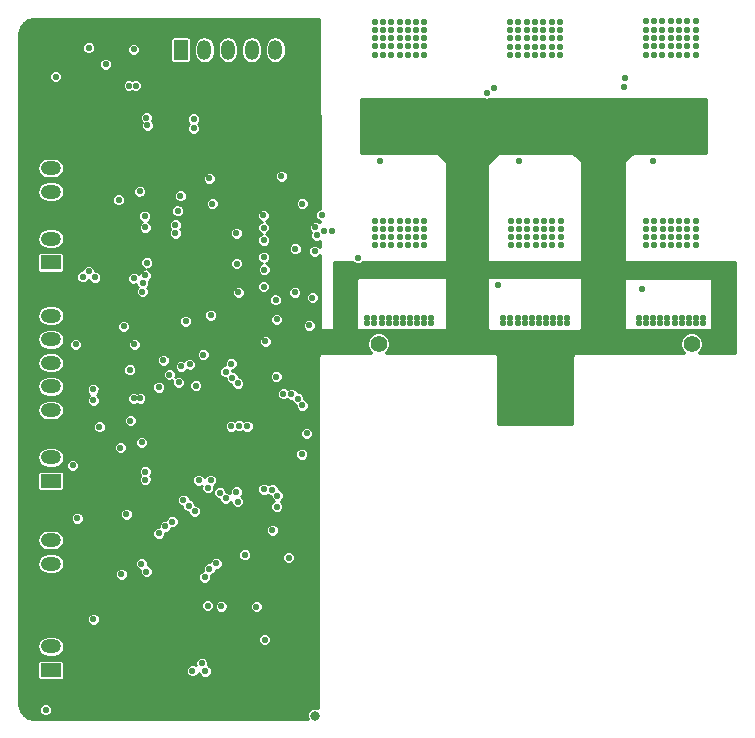
<source format=gbr>
G04 #@! TF.GenerationSoftware,KiCad,Pcbnew,(2017-08-25 revision dd37d0595)-makepkg*
G04 #@! TF.CreationDate,2018-04-16T21:33:21-04:00*
G04 #@! TF.ProjectId,VESC_6.4,564553435F362E342E6B696361645F70,rev?*
G04 #@! TF.SameCoordinates,Original*
G04 #@! TF.FileFunction,Copper,L3,Inr,Signal*
G04 #@! TF.FilePolarity,Positive*
%FSLAX46Y46*%
G04 Gerber Fmt 4.6, Leading zero omitted, Abs format (unit mm)*
G04 Created by KiCad (PCBNEW (2017-08-25 revision dd37d0595)-makepkg) date 04/16/18 21:33:21*
%MOMM*%
%LPD*%
G01*
G04 APERTURE LIST*
%ADD10C,0.546100*%
%ADD11O,1.200000X1.900000*%
%ADD12C,1.450000*%
%ADD13C,1.400000*%
%ADD14O,1.700000X1.200000*%
%ADD15R,1.700000X1.200000*%
%ADD16O,1.200000X1.700000*%
%ADD17R,1.200000X1.700000*%
%ADD18C,0.800000*%
%ADD19C,0.254000*%
G04 APERTURE END LIST*
D10*
X146084680Y-90723800D03*
X133507480Y-67335400D03*
X123631960Y-123667520D03*
X135234680Y-118795800D03*
X137698480Y-121081800D03*
X134066280Y-117119400D03*
X131119880Y-118033800D03*
X134142480Y-109626400D03*
X136453880Y-111125000D03*
X128960880Y-112826800D03*
X137342880Y-98247200D03*
X144429480Y-98450400D03*
X146436080Y-83642200D03*
X146410680Y-86334600D03*
X129443480Y-68605400D03*
X144734280Y-93522800D03*
X147579080Y-93929200D03*
X138562080Y-75311000D03*
X144480280Y-74574400D03*
X146664680Y-74523600D03*
X129189480Y-110210600D03*
X139171680Y-123875800D03*
X143286480Y-123926600D03*
X147909680Y-118798800D03*
X146309080Y-113741200D03*
X148137880Y-106781600D03*
X137241280Y-81051400D03*
X138257280Y-80314800D03*
X139908280Y-89103200D03*
X130637280Y-85267800D03*
X129951480Y-81762600D03*
X129265680Y-103733600D03*
X138358880Y-109575600D03*
X137703560Y-100965000D03*
X147899120Y-116423440D03*
X123344940Y-69979540D03*
X123743720Y-65628520D03*
X180298200Y-68001800D03*
X179598200Y-68001800D03*
X178898200Y-68001800D03*
X178198200Y-68001800D03*
X177498200Y-68001800D03*
X176798200Y-68001800D03*
X176098200Y-68001800D03*
X180298200Y-67301800D03*
X179598200Y-67301800D03*
X178898200Y-67301800D03*
X178198200Y-67301800D03*
X177498200Y-67301800D03*
X176798200Y-67301800D03*
X176098200Y-67301800D03*
X180298200Y-66601800D03*
X179598200Y-66601800D03*
X178898200Y-66601800D03*
X178198200Y-66601800D03*
X177498200Y-66601800D03*
X176798200Y-66601800D03*
X176098200Y-66601800D03*
X180298200Y-65901800D03*
X179598200Y-65901800D03*
X178898200Y-65901800D03*
X178198200Y-65901800D03*
X177498200Y-65901800D03*
X176798200Y-65901800D03*
X176098200Y-65901800D03*
X180298200Y-65201800D03*
X179598200Y-65201800D03*
X178898200Y-65201800D03*
X178198200Y-65201800D03*
X177498200Y-65201800D03*
X176798200Y-65201800D03*
X157336600Y-68022120D03*
X156636600Y-68022120D03*
X155936600Y-68022120D03*
X155236600Y-68022120D03*
X154536600Y-68022120D03*
X153836600Y-68022120D03*
X153136600Y-68022120D03*
X157336600Y-67322120D03*
X156636600Y-67322120D03*
X155936600Y-67322120D03*
X155236600Y-67322120D03*
X154536600Y-67322120D03*
X153836600Y-67322120D03*
X153136600Y-67322120D03*
X157336600Y-66622120D03*
X156636600Y-66622120D03*
X155936600Y-66622120D03*
X155236600Y-66622120D03*
X154536600Y-66622120D03*
X153836600Y-66622120D03*
X153136600Y-66622120D03*
X157336600Y-65922120D03*
X156636600Y-65922120D03*
X155936600Y-65922120D03*
X155236600Y-65922120D03*
X154536600Y-65922120D03*
X153836600Y-65922120D03*
X153136600Y-65922120D03*
X157336600Y-65222120D03*
X156636600Y-65222120D03*
X155936600Y-65222120D03*
X155236600Y-65222120D03*
X154536600Y-65222120D03*
X153836600Y-65222120D03*
X176098200Y-65201800D03*
X153136600Y-65222120D03*
X168804700Y-68039900D03*
X168104700Y-68039900D03*
X167404700Y-68039900D03*
X166704700Y-68039900D03*
X166004700Y-68039900D03*
X165304700Y-68039900D03*
X164604700Y-68039900D03*
X168804700Y-67339900D03*
X168104700Y-67339900D03*
X167404700Y-67339900D03*
X166704700Y-67339900D03*
X166004700Y-67339900D03*
X165304700Y-67339900D03*
X164604700Y-67339900D03*
X168804700Y-66639900D03*
X168104700Y-66639900D03*
X167404700Y-66639900D03*
X166704700Y-66639900D03*
X166004700Y-66639900D03*
X165304700Y-66639900D03*
X164604700Y-66639900D03*
X168804700Y-65939900D03*
X168104700Y-65939900D03*
X167404700Y-65939900D03*
X166704700Y-65939900D03*
X166004700Y-65939900D03*
X165304700Y-65939900D03*
X164604700Y-65939900D03*
X168804700Y-65239900D03*
X168104700Y-65239900D03*
X167404700Y-65239900D03*
X166704700Y-65239900D03*
X166004700Y-65239900D03*
X165304700Y-65239900D03*
X164604700Y-65239900D03*
X162005700Y-76767800D03*
X161305700Y-76067800D03*
X162005700Y-74667800D03*
X161305700Y-76767800D03*
X162005700Y-72567800D03*
X160605700Y-76067800D03*
X160605700Y-76767800D03*
X160605700Y-75367800D03*
X160605700Y-73967800D03*
X159905700Y-74667800D03*
X162005700Y-73967800D03*
X159905700Y-76067800D03*
X161305700Y-75367800D03*
X161305700Y-74667800D03*
X159905700Y-76767800D03*
X160605700Y-72567800D03*
X161305700Y-73267800D03*
X159905700Y-75367800D03*
X162005700Y-76067800D03*
X161305700Y-73967800D03*
X162005700Y-73267800D03*
X159905700Y-72567800D03*
X162005700Y-75367800D03*
X160605700Y-74667800D03*
X159905700Y-73967800D03*
X160605700Y-73267800D03*
X161305700Y-72567800D03*
X159905700Y-73267800D03*
X173511900Y-76793200D03*
X172811900Y-76793200D03*
X172111900Y-76793200D03*
X171411900Y-76793200D03*
X173511900Y-76093200D03*
X172811900Y-76093200D03*
X172111900Y-76093200D03*
X171411900Y-76093200D03*
X173511900Y-75393200D03*
X172811900Y-75393200D03*
X172111900Y-75393200D03*
X171411900Y-75393200D03*
X173511900Y-74693200D03*
X172811900Y-74693200D03*
X172111900Y-74693200D03*
X171411900Y-74693200D03*
X173511900Y-73993200D03*
X172811900Y-73993200D03*
X172111900Y-73993200D03*
X171411900Y-73993200D03*
X173511900Y-73293200D03*
X172811900Y-73293200D03*
X172111900Y-73293200D03*
X171411900Y-73293200D03*
X173511900Y-72593200D03*
X172811900Y-72593200D03*
X172111900Y-72593200D03*
X171411900Y-72593200D03*
X157349300Y-84154700D03*
X156649300Y-84154700D03*
X155949300Y-84154700D03*
X155249300Y-84154700D03*
X154549300Y-84154700D03*
X153849300Y-84154700D03*
X153149300Y-84154700D03*
X157349300Y-83454700D03*
X156649300Y-83454700D03*
X155949300Y-83454700D03*
X155249300Y-83454700D03*
X154549300Y-83454700D03*
X153849300Y-83454700D03*
X153149300Y-83454700D03*
X157349300Y-82754700D03*
X156649300Y-82754700D03*
X155949300Y-82754700D03*
X155249300Y-82754700D03*
X154549300Y-82754700D03*
X153849300Y-82754700D03*
X153149300Y-82754700D03*
X157349300Y-82054700D03*
X156649300Y-82054700D03*
X155949300Y-82054700D03*
X155249300Y-82054700D03*
X154549300Y-82054700D03*
X153849300Y-82054700D03*
X168868200Y-84167400D03*
X168168200Y-84167400D03*
X167468200Y-84167400D03*
X166768200Y-84167400D03*
X166068200Y-84167400D03*
X165368200Y-84167400D03*
X164668200Y-84167400D03*
X168868200Y-83467400D03*
X168168200Y-83467400D03*
X167468200Y-83467400D03*
X166768200Y-83467400D03*
X166068200Y-83467400D03*
X165368200Y-83467400D03*
X164668200Y-83467400D03*
X168868200Y-82767400D03*
X168168200Y-82767400D03*
X167468200Y-82767400D03*
X166768200Y-82767400D03*
X166068200Y-82767400D03*
X165368200Y-82767400D03*
X164668200Y-82767400D03*
X168868200Y-82067400D03*
X168168200Y-82067400D03*
X167468200Y-82067400D03*
X166768200Y-82067400D03*
X166068200Y-82067400D03*
X165368200Y-82067400D03*
X153149300Y-82054700D03*
X164668200Y-82067400D03*
X180310900Y-84154700D03*
X179610900Y-84154700D03*
X178910900Y-84154700D03*
X178210900Y-84154700D03*
X177510900Y-84154700D03*
X176810900Y-84154700D03*
X176110900Y-84154700D03*
X180310900Y-83454700D03*
X179610900Y-83454700D03*
X178910900Y-83454700D03*
X178210900Y-83454700D03*
X177510900Y-83454700D03*
X176810900Y-83454700D03*
X176110900Y-83454700D03*
X180310900Y-82754700D03*
X179610900Y-82754700D03*
X178910900Y-82754700D03*
X178210900Y-82754700D03*
X177510900Y-82754700D03*
X176810900Y-82754700D03*
X176110900Y-82754700D03*
X180310900Y-82054700D03*
X179610900Y-82054700D03*
X178910900Y-82054700D03*
X178210900Y-82054700D03*
X177510900Y-82054700D03*
X176810900Y-82054700D03*
X176110900Y-82054700D03*
D11*
X129372480Y-123182900D03*
X136372480Y-123182900D03*
D12*
X130372480Y-120482900D03*
X135372480Y-120482900D03*
D13*
X174957400Y-92504900D03*
X179957400Y-92504900D03*
X158457400Y-92504900D03*
X153457400Y-92504900D03*
D14*
X125707400Y-118116600D03*
D15*
X125707400Y-120116600D03*
D16*
X146707400Y-67604900D03*
X144707400Y-67604900D03*
X142707400Y-67604900D03*
X140707400Y-67604900D03*
X138707400Y-67604900D03*
D17*
X136707400Y-67604900D03*
D14*
X125707400Y-90104900D03*
X125707400Y-92104900D03*
X125707400Y-94104900D03*
X125707400Y-96104900D03*
X125707400Y-98104900D03*
X125707400Y-100104900D03*
X125707400Y-102104900D03*
D15*
X125707400Y-104104900D03*
D14*
X125707400Y-109104900D03*
X125707400Y-111104900D03*
D15*
X125707400Y-113104900D03*
D14*
X125707400Y-77604900D03*
X125707400Y-79604900D03*
X125707400Y-81604900D03*
X125707400Y-83604900D03*
D15*
X125707400Y-85604900D03*
D10*
X134859540Y-108546900D03*
X137900237Y-106663663D03*
X133454140Y-99271678D03*
X140715030Y-117583655D03*
X142886864Y-110374144D03*
X134919059Y-92791280D03*
X148036280Y-71958200D03*
X143017240Y-105879900D03*
X146044920Y-108780580D03*
X132435600Y-96296480D03*
X128285240Y-95295720D03*
X138798300Y-84874100D03*
X140096600Y-84874100D03*
X137500000Y-84874100D03*
X140096600Y-86374100D03*
X138798300Y-86374100D03*
X137500000Y-86374100D03*
X140096600Y-83374100D03*
X138798300Y-83374100D03*
X137500000Y-83374100D03*
X138798300Y-82074100D03*
X140096600Y-87674100D03*
X138798300Y-87674100D03*
X137500000Y-87674100D03*
X140096600Y-82074100D03*
X137500000Y-82074100D03*
X127952500Y-76238100D03*
X125120400Y-73431400D03*
X141389472Y-116925782D03*
X140505589Y-116041899D03*
X139621706Y-116925782D03*
X130898900Y-114312700D03*
X131145280Y-105709720D03*
X127563880Y-102782978D03*
X132727700Y-67564000D03*
X142326563Y-99457516D03*
X129284680Y-96348800D03*
X145846768Y-110598800D03*
X140133687Y-114725574D03*
X133259680Y-79573800D03*
X145234676Y-78298800D03*
X138003280Y-96032320D03*
X143717395Y-81614395D03*
X131869180Y-91025980D03*
X144782220Y-95275400D03*
X133258560Y-97114360D03*
X132735320Y-97109280D03*
X137698480Y-120192800D03*
X139120880Y-78486000D03*
X132407660Y-94701360D03*
X132440680Y-99004120D03*
X148221700Y-83299300D03*
X144475200Y-108270040D03*
X127817880Y-92552520D03*
X143824898Y-117531319D03*
X143116300Y-114757200D03*
X132110480Y-106908600D03*
X146989800Y-97713800D03*
X130352800Y-68808600D03*
X129324100Y-115798600D03*
X140975080Y-99458780D03*
X141653050Y-99438970D03*
X125277880Y-123494800D03*
X133380480Y-111099600D03*
X131452620Y-80307180D03*
X132781040Y-92547440D03*
X132897880Y-70637400D03*
X132334000Y-70642480D03*
X126111000Y-69862700D03*
X147576540Y-90921840D03*
X152511800Y-90271600D03*
X152511800Y-90766900D03*
X153111800Y-90766900D03*
X153711800Y-90766900D03*
X154311800Y-90766900D03*
X154911800Y-90766900D03*
X155511800Y-90766900D03*
X156111800Y-90766900D03*
X156711800Y-90766900D03*
X157311800Y-90766900D03*
X153111800Y-90271600D03*
X153711800Y-90271600D03*
X154311800Y-90271600D03*
X154911800Y-90271600D03*
X155511800Y-90271600D03*
X156111800Y-90271600D03*
X156711800Y-90271600D03*
X157311800Y-90271600D03*
X157911800Y-90271600D03*
X157911800Y-90766900D03*
X164030700Y-90271600D03*
X164630700Y-90271600D03*
X165230700Y-90271600D03*
X165830700Y-90271600D03*
X166430700Y-90271600D03*
X167030700Y-90271600D03*
X167630700Y-90271600D03*
X168230700Y-90271600D03*
X168830700Y-90271600D03*
X164030700Y-90766900D03*
X164630700Y-90766900D03*
X165230700Y-90766900D03*
X165830700Y-90766900D03*
X166430700Y-90766900D03*
X167030700Y-90766900D03*
X167630700Y-90766900D03*
X168230700Y-90766900D03*
X168830700Y-90766900D03*
X169430700Y-90271600D03*
X169430700Y-90766900D03*
X175522600Y-90271600D03*
X176122600Y-90271600D03*
X176722600Y-90271600D03*
X177322600Y-90271600D03*
X177922600Y-90271600D03*
X178522600Y-90271600D03*
X179122600Y-90271600D03*
X179722600Y-90271600D03*
X180322600Y-90271600D03*
X175522600Y-90766900D03*
X176122600Y-90766900D03*
X176722600Y-90766900D03*
X177322600Y-90766900D03*
X177922600Y-90766900D03*
X178522600Y-90766900D03*
X179122600Y-90766900D03*
X179722600Y-90766900D03*
X180322600Y-90766900D03*
X180922600Y-90766900D03*
X180922600Y-90271600D03*
X148635720Y-81575180D03*
X141414500Y-83121500D03*
X141459676Y-85698800D03*
X146400520Y-84460080D03*
X141579532Y-88124105D03*
X146375120Y-88132920D03*
X146984680Y-80623800D03*
X146627788Y-97137393D03*
X141557158Y-95840661D03*
X146080379Y-96745701D03*
X141058755Y-95378927D03*
X139374880Y-80619600D03*
X136684680Y-79973800D03*
X145407380Y-96733360D03*
X140528040Y-94869000D03*
X143873996Y-92295105D03*
X144842615Y-90432505D03*
X136740900Y-94404180D03*
X134858525Y-96164400D03*
X138769343Y-120204682D03*
X138509680Y-119548800D03*
D18*
X148082000Y-123964700D03*
D10*
X133692900Y-104000673D03*
X133692900Y-103327560D03*
X129440620Y-86842600D03*
X139243165Y-104029443D03*
X128928180Y-86354920D03*
X139013000Y-104671877D03*
X128428120Y-86827845D03*
X138243053Y-104026768D03*
X128930400Y-67437000D03*
X131609680Y-101273800D03*
X129301280Y-97282000D03*
X129832100Y-99529900D03*
X133409680Y-100827560D03*
X144851120Y-106273600D03*
X142151100Y-110367360D03*
X127939800Y-107251500D03*
X139710494Y-111078563D03*
X139134680Y-111548860D03*
X140970895Y-94173810D03*
X138611225Y-93422855D03*
X137458711Y-94219421D03*
X136526198Y-95755657D03*
X143725900Y-82664507D03*
X143753941Y-83714619D03*
X137809663Y-74246817D03*
X162636200Y-71272400D03*
X143759678Y-85148800D03*
X143776700Y-86223911D03*
X174251620Y-70759320D03*
X133892695Y-74008148D03*
X143734680Y-87648800D03*
X144741900Y-88773000D03*
X133809680Y-111773800D03*
X136943969Y-105718543D03*
X131686300Y-111988600D03*
X135384600Y-107950000D03*
X135984680Y-107548800D03*
X137398219Y-106215269D03*
X147367427Y-100086993D03*
X136474200Y-81241900D03*
X146975168Y-101826060D03*
X139273816Y-90067864D03*
X133843082Y-85624040D03*
X143758920Y-104795320D03*
X133695440Y-82626200D03*
X144454841Y-104854325D03*
X136245600Y-82428080D03*
X136267551Y-83113321D03*
X144905012Y-105354750D03*
X133510284Y-87348927D03*
X141523720Y-105872280D03*
X133709680Y-86698800D03*
X141428036Y-105026321D03*
X132742620Y-86959440D03*
X140508740Y-105562534D03*
X133684676Y-81673800D03*
X140027523Y-105091886D03*
X133465742Y-88084770D03*
X137133135Y-90567473D03*
X135241884Y-93879164D03*
X135739129Y-95095456D03*
X138984676Y-114673800D03*
X138747500Y-112242600D03*
X137798368Y-73448800D03*
X163195000Y-70815200D03*
X174363380Y-70007480D03*
X133805280Y-73340737D03*
X148117984Y-82625300D03*
X153606500Y-77000100D03*
X151711660Y-85222080D03*
X165341300Y-77012800D03*
X148844000Y-82905600D03*
X149539127Y-82959773D03*
X176733200Y-77000100D03*
X163565840Y-87533478D03*
X148041360Y-84637880D03*
X147859680Y-88598800D03*
X175783240Y-87858600D03*
D19*
G36*
X148466806Y-81049819D02*
X148324549Y-81108598D01*
X148169682Y-81263195D01*
X148085766Y-81465288D01*
X148085575Y-81684112D01*
X148169138Y-81886351D01*
X148323735Y-82041218D01*
X148467476Y-82100904D01*
X148467537Y-82196895D01*
X148429969Y-82159262D01*
X148227876Y-82075346D01*
X148009052Y-82075155D01*
X147806813Y-82158718D01*
X147651946Y-82313315D01*
X147568030Y-82515408D01*
X147567839Y-82734232D01*
X147651402Y-82936471D01*
X147739944Y-83025168D01*
X147671746Y-83189408D01*
X147671555Y-83408232D01*
X147755118Y-83610471D01*
X147909715Y-83765338D01*
X148111808Y-83849254D01*
X148330632Y-83849445D01*
X148468553Y-83792458D01*
X148468868Y-84287567D01*
X148353345Y-84171842D01*
X148151252Y-84087926D01*
X147932428Y-84087735D01*
X147730189Y-84171298D01*
X147575322Y-84325895D01*
X147491406Y-84527988D01*
X147491215Y-84746812D01*
X147574778Y-84949051D01*
X147729375Y-85103918D01*
X147931468Y-85187834D01*
X148150292Y-85188025D01*
X148352531Y-85104462D01*
X148469314Y-84987883D01*
X148473283Y-91220314D01*
X148482981Y-91268909D01*
X148510538Y-91310093D01*
X148551757Y-91337597D01*
X148600283Y-91347233D01*
X149599392Y-91347233D01*
X149647993Y-91337566D01*
X149689195Y-91310036D01*
X149716725Y-91268834D01*
X149726392Y-91220233D01*
X149726392Y-86998851D01*
X151567892Y-86998851D01*
X151567892Y-91220233D01*
X151577559Y-91268834D01*
X151605089Y-91310036D01*
X151646291Y-91337566D01*
X151694892Y-91347233D01*
X159132440Y-91347233D01*
X159181041Y-91337566D01*
X159222243Y-91310036D01*
X159249773Y-91268834D01*
X159255407Y-91240566D01*
X162654992Y-91240566D01*
X162664627Y-91289173D01*
X162692129Y-91330393D01*
X162733313Y-91357951D01*
X162781992Y-91367651D01*
X170554392Y-91367651D01*
X170602993Y-91357984D01*
X170644195Y-91330454D01*
X170671725Y-91289252D01*
X170681392Y-91240651D01*
X170681392Y-87024270D01*
X174239722Y-87024270D01*
X174240360Y-91235492D01*
X174250035Y-91284092D01*
X174277571Y-91325289D01*
X174318777Y-91352813D01*
X174367429Y-91362473D01*
X181590761Y-91358575D01*
X181639356Y-91348881D01*
X181680543Y-91321329D01*
X181708051Y-91280112D01*
X181717692Y-91231575D01*
X181717692Y-87024251D01*
X181708025Y-86975650D01*
X181680495Y-86934448D01*
X181639293Y-86906918D01*
X181590692Y-86897251D01*
X174366722Y-86897251D01*
X174318121Y-86906918D01*
X174276919Y-86934448D01*
X174249389Y-86975650D01*
X174239722Y-87024270D01*
X170681392Y-87024270D01*
X170681392Y-86973451D01*
X170671725Y-86924850D01*
X170644195Y-86883648D01*
X170602993Y-86856118D01*
X170554392Y-86846451D01*
X162784850Y-86846451D01*
X162736249Y-86856118D01*
X162695047Y-86883648D01*
X162667517Y-86924850D01*
X162657850Y-86973366D01*
X162654992Y-91240566D01*
X159255407Y-91240566D01*
X159259440Y-91220332D01*
X159262725Y-86998950D01*
X159253095Y-86950342D01*
X159225597Y-86909118D01*
X159184417Y-86881556D01*
X159135725Y-86871851D01*
X151694892Y-86871851D01*
X151646291Y-86881518D01*
X151605089Y-86909048D01*
X151577559Y-86950250D01*
X151567892Y-86998851D01*
X149726392Y-86998851D01*
X149726392Y-85535811D01*
X151247634Y-85535811D01*
X151399675Y-85688118D01*
X151601768Y-85772034D01*
X151820592Y-85772225D01*
X152022831Y-85688662D01*
X152175949Y-85535811D01*
X159136963Y-85535811D01*
X159185564Y-85526144D01*
X159226766Y-85498614D01*
X159254296Y-85457412D01*
X159263963Y-85408910D01*
X159263963Y-85408726D01*
X162658898Y-85408726D01*
X162668533Y-85457333D01*
X162696035Y-85498553D01*
X162737219Y-85526111D01*
X162785898Y-85535811D01*
X170554392Y-85535811D01*
X170602993Y-85526144D01*
X170644195Y-85498614D01*
X170671725Y-85457412D01*
X170681392Y-85408811D01*
X170681392Y-77148432D01*
X170671725Y-77099831D01*
X170644195Y-77058629D01*
X169995483Y-76409917D01*
X169954281Y-76382387D01*
X169905680Y-76372720D01*
X163555680Y-76372720D01*
X163507079Y-76382387D01*
X163465877Y-76409917D01*
X162708559Y-77167235D01*
X162701552Y-77171917D01*
X162674022Y-77213119D01*
X162664355Y-77261635D01*
X162658898Y-85408726D01*
X159263963Y-85408726D01*
X159270376Y-77167515D01*
X159260746Y-77118907D01*
X159233179Y-77077613D01*
X158565483Y-76409917D01*
X158524281Y-76382387D01*
X158475680Y-76372720D01*
X151998680Y-76372720D01*
X151998680Y-71800720D01*
X159147651Y-71800720D01*
X159196252Y-71791053D01*
X159236804Y-71763957D01*
X162396270Y-71768358D01*
X162526308Y-71822354D01*
X162745132Y-71822545D01*
X162797953Y-71800720D01*
X170554392Y-71800720D01*
X170602993Y-71791053D01*
X170644195Y-71763523D01*
X170647317Y-71758851D01*
X174271477Y-71758851D01*
X174274608Y-71763535D01*
X174315814Y-71791060D01*
X174364398Y-71800720D01*
X181208680Y-71800720D01*
X181208680Y-76372720D01*
X174985680Y-76372720D01*
X174937079Y-76382387D01*
X174895877Y-76409917D01*
X174275420Y-77030374D01*
X174247890Y-77071576D01*
X174238223Y-77120196D01*
X174239478Y-85411370D01*
X174249153Y-85459970D01*
X174276689Y-85501167D01*
X174317895Y-85528691D01*
X174366478Y-85538351D01*
X183660792Y-85538351D01*
X183660792Y-91382293D01*
X183653600Y-91418451D01*
X183653600Y-93252900D01*
X180590988Y-93252900D01*
X180785178Y-93059049D01*
X180934230Y-92700090D01*
X180934570Y-92311415D01*
X180786144Y-91952197D01*
X180511549Y-91677122D01*
X180152590Y-91528070D01*
X179763915Y-91527730D01*
X179404697Y-91676156D01*
X179129622Y-91950751D01*
X178980570Y-92309710D01*
X178980230Y-92698385D01*
X179128656Y-93057603D01*
X179323612Y-93252900D01*
X170207400Y-93252900D01*
X170072695Y-93279694D01*
X169958498Y-93355998D01*
X169882194Y-93470195D01*
X169855400Y-93604900D01*
X169855400Y-99252900D01*
X163559400Y-99252900D01*
X163559400Y-93604900D01*
X163532606Y-93470195D01*
X163456302Y-93355998D01*
X163342105Y-93279694D01*
X163207400Y-93252900D01*
X154090988Y-93252900D01*
X154285178Y-93059049D01*
X154434230Y-92700090D01*
X154434570Y-92311415D01*
X154286144Y-91952197D01*
X154011549Y-91677122D01*
X153652590Y-91528070D01*
X153263915Y-91527730D01*
X152904697Y-91676156D01*
X152629622Y-91950751D01*
X152480570Y-92309710D01*
X152480230Y-92698385D01*
X152628656Y-93057603D01*
X152823612Y-93252900D01*
X148707400Y-93252900D01*
X148572695Y-93279694D01*
X148458498Y-93355998D01*
X148382194Y-93470195D01*
X148355400Y-93604900D01*
X148355400Y-123345181D01*
X148217254Y-123287818D01*
X147947927Y-123287583D01*
X147699011Y-123390433D01*
X147508402Y-123580710D01*
X147405118Y-123829446D01*
X147404883Y-124098773D01*
X147468567Y-124252900D01*
X124242067Y-124252900D01*
X123770719Y-124159143D01*
X123400518Y-123911782D01*
X123194686Y-123603732D01*
X124727735Y-123603732D01*
X124811298Y-123805971D01*
X124965895Y-123960838D01*
X125167988Y-124044754D01*
X125386812Y-124044945D01*
X125589051Y-123961382D01*
X125743918Y-123806785D01*
X125827834Y-123604692D01*
X125828025Y-123385868D01*
X125744462Y-123183629D01*
X125589865Y-123028762D01*
X125387772Y-122944846D01*
X125168948Y-122944655D01*
X124966709Y-123028218D01*
X124811842Y-123182815D01*
X124727926Y-123384908D01*
X124727735Y-123603732D01*
X123194686Y-123603732D01*
X123153157Y-123541581D01*
X123059400Y-123070233D01*
X123059400Y-119516600D01*
X124574974Y-119516600D01*
X124574974Y-120716600D01*
X124596472Y-120824680D01*
X124657695Y-120916305D01*
X124749320Y-120977528D01*
X124857400Y-120999026D01*
X126557400Y-120999026D01*
X126665480Y-120977528D01*
X126757105Y-120916305D01*
X126818328Y-120824680D01*
X126839826Y-120716600D01*
X126839826Y-120301732D01*
X137148335Y-120301732D01*
X137231898Y-120503971D01*
X137386495Y-120658838D01*
X137588588Y-120742754D01*
X137807412Y-120742945D01*
X138009651Y-120659382D01*
X138164518Y-120504785D01*
X138231518Y-120343431D01*
X138302761Y-120515853D01*
X138457358Y-120670720D01*
X138659451Y-120754636D01*
X138878275Y-120754827D01*
X139080514Y-120671264D01*
X139235381Y-120516667D01*
X139319297Y-120314574D01*
X139319488Y-120095750D01*
X139235925Y-119893511D01*
X139081328Y-119738644D01*
X139034508Y-119719203D01*
X139059634Y-119658692D01*
X139059825Y-119439868D01*
X138976262Y-119237629D01*
X138821665Y-119082762D01*
X138619572Y-118998846D01*
X138400748Y-118998655D01*
X138198509Y-119082218D01*
X138043642Y-119236815D01*
X137959726Y-119438908D01*
X137959535Y-119657732D01*
X137983417Y-119715531D01*
X137808372Y-119642846D01*
X137589548Y-119642655D01*
X137387309Y-119726218D01*
X137232442Y-119880815D01*
X137148526Y-120082908D01*
X137148335Y-120301732D01*
X126839826Y-120301732D01*
X126839826Y-119516600D01*
X126818328Y-119408520D01*
X126757105Y-119316895D01*
X126665480Y-119255672D01*
X126557400Y-119234174D01*
X124857400Y-119234174D01*
X124749320Y-119255672D01*
X124657695Y-119316895D01*
X124596472Y-119408520D01*
X124574974Y-119516600D01*
X123059400Y-119516600D01*
X123059400Y-118116600D01*
X124558321Y-118116600D01*
X124625079Y-118452213D01*
X124815188Y-118736733D01*
X125099708Y-118926842D01*
X125435321Y-118993600D01*
X125979479Y-118993600D01*
X126315092Y-118926842D01*
X126599612Y-118736733D01*
X126789721Y-118452213D01*
X126856479Y-118116600D01*
X126789721Y-117780987D01*
X126695685Y-117640251D01*
X143274753Y-117640251D01*
X143358316Y-117842490D01*
X143512913Y-117997357D01*
X143715006Y-118081273D01*
X143933830Y-118081464D01*
X144136069Y-117997901D01*
X144290936Y-117843304D01*
X144374852Y-117641211D01*
X144375043Y-117422387D01*
X144291480Y-117220148D01*
X144136883Y-117065281D01*
X143934790Y-116981365D01*
X143715966Y-116981174D01*
X143513727Y-117064737D01*
X143358860Y-117219334D01*
X143274944Y-117421427D01*
X143274753Y-117640251D01*
X126695685Y-117640251D01*
X126599612Y-117496467D01*
X126315092Y-117306358D01*
X125979479Y-117239600D01*
X125435321Y-117239600D01*
X125099708Y-117306358D01*
X124815188Y-117496467D01*
X124625079Y-117780987D01*
X124558321Y-118116600D01*
X123059400Y-118116600D01*
X123059400Y-115907532D01*
X128773955Y-115907532D01*
X128857518Y-116109771D01*
X129012115Y-116264638D01*
X129214208Y-116348554D01*
X129433032Y-116348745D01*
X129635271Y-116265182D01*
X129790138Y-116110585D01*
X129874054Y-115908492D01*
X129874245Y-115689668D01*
X129790682Y-115487429D01*
X129636085Y-115332562D01*
X129433992Y-115248646D01*
X129215168Y-115248455D01*
X129012929Y-115332018D01*
X128858062Y-115486615D01*
X128774146Y-115688708D01*
X128773955Y-115907532D01*
X123059400Y-115907532D01*
X123059400Y-114782732D01*
X138434531Y-114782732D01*
X138518094Y-114984971D01*
X138672691Y-115139838D01*
X138874784Y-115223754D01*
X139093608Y-115223945D01*
X139295847Y-115140382D01*
X139450714Y-114985785D01*
X139513530Y-114834506D01*
X139583542Y-114834506D01*
X139667105Y-115036745D01*
X139821702Y-115191612D01*
X140023795Y-115275528D01*
X140242619Y-115275719D01*
X140444858Y-115192156D01*
X140599725Y-115037559D01*
X140670907Y-114866132D01*
X142566155Y-114866132D01*
X142649718Y-115068371D01*
X142804315Y-115223238D01*
X143006408Y-115307154D01*
X143225232Y-115307345D01*
X143427471Y-115223782D01*
X143582338Y-115069185D01*
X143666254Y-114867092D01*
X143666445Y-114648268D01*
X143582882Y-114446029D01*
X143428285Y-114291162D01*
X143226192Y-114207246D01*
X143007368Y-114207055D01*
X142805129Y-114290618D01*
X142650262Y-114445215D01*
X142566346Y-114647308D01*
X142566155Y-114866132D01*
X140670907Y-114866132D01*
X140683641Y-114835466D01*
X140683832Y-114616642D01*
X140600269Y-114414403D01*
X140445672Y-114259536D01*
X140243579Y-114175620D01*
X140024755Y-114175429D01*
X139822516Y-114258992D01*
X139667649Y-114413589D01*
X139583733Y-114615682D01*
X139583542Y-114834506D01*
X139513530Y-114834506D01*
X139534630Y-114783692D01*
X139534821Y-114564868D01*
X139451258Y-114362629D01*
X139296661Y-114207762D01*
X139094568Y-114123846D01*
X138875744Y-114123655D01*
X138673505Y-114207218D01*
X138518638Y-114361815D01*
X138434722Y-114563908D01*
X138434531Y-114782732D01*
X123059400Y-114782732D01*
X123059400Y-112097532D01*
X131136155Y-112097532D01*
X131219718Y-112299771D01*
X131374315Y-112454638D01*
X131576408Y-112538554D01*
X131795232Y-112538745D01*
X131997471Y-112455182D01*
X132101302Y-112351532D01*
X138197355Y-112351532D01*
X138280918Y-112553771D01*
X138435515Y-112708638D01*
X138637608Y-112792554D01*
X138856432Y-112792745D01*
X139058671Y-112709182D01*
X139213538Y-112554585D01*
X139297454Y-112352492D01*
X139297645Y-112133668D01*
X139277532Y-112084990D01*
X139445851Y-112015442D01*
X139600718Y-111860845D01*
X139684634Y-111658752D01*
X139684660Y-111628590D01*
X139819426Y-111628708D01*
X140021665Y-111545145D01*
X140176532Y-111390548D01*
X140260448Y-111188455D01*
X140260639Y-110969631D01*
X140177076Y-110767392D01*
X140022479Y-110612525D01*
X139820386Y-110528609D01*
X139601562Y-110528418D01*
X139399323Y-110611981D01*
X139244456Y-110766578D01*
X139160540Y-110968671D01*
X139160514Y-110998833D01*
X139025748Y-110998715D01*
X138823509Y-111082278D01*
X138668642Y-111236875D01*
X138584726Y-111438968D01*
X138584535Y-111657792D01*
X138604648Y-111706470D01*
X138436329Y-111776018D01*
X138281462Y-111930615D01*
X138197546Y-112132708D01*
X138197355Y-112351532D01*
X132101302Y-112351532D01*
X132152338Y-112300585D01*
X132236254Y-112098492D01*
X132236445Y-111879668D01*
X132152882Y-111677429D01*
X131998285Y-111522562D01*
X131796192Y-111438646D01*
X131577368Y-111438455D01*
X131375129Y-111522018D01*
X131220262Y-111676615D01*
X131136346Y-111878708D01*
X131136155Y-112097532D01*
X123059400Y-112097532D01*
X123059400Y-111104900D01*
X124558321Y-111104900D01*
X124625079Y-111440513D01*
X124815188Y-111725033D01*
X125099708Y-111915142D01*
X125435321Y-111981900D01*
X125979479Y-111981900D01*
X126315092Y-111915142D01*
X126599612Y-111725033D01*
X126789721Y-111440513D01*
X126835865Y-111208532D01*
X132830335Y-111208532D01*
X132913898Y-111410771D01*
X133068495Y-111565638D01*
X133266407Y-111647818D01*
X133259726Y-111663908D01*
X133259535Y-111882732D01*
X133343098Y-112084971D01*
X133497695Y-112239838D01*
X133699788Y-112323754D01*
X133918612Y-112323945D01*
X134120851Y-112240382D01*
X134275718Y-112085785D01*
X134359634Y-111883692D01*
X134359825Y-111664868D01*
X134276262Y-111462629D01*
X134121665Y-111307762D01*
X133923753Y-111225582D01*
X133930434Y-111209492D01*
X133930625Y-110990668D01*
X133847062Y-110788429D01*
X133692465Y-110633562D01*
X133490372Y-110549646D01*
X133271548Y-110549455D01*
X133069309Y-110633018D01*
X132914442Y-110787615D01*
X132830526Y-110989708D01*
X132830335Y-111208532D01*
X126835865Y-111208532D01*
X126856479Y-111104900D01*
X126789721Y-110769287D01*
X126599612Y-110484767D01*
X126586929Y-110476292D01*
X141600955Y-110476292D01*
X141684518Y-110678531D01*
X141839115Y-110833398D01*
X142041208Y-110917314D01*
X142260032Y-110917505D01*
X142462271Y-110833942D01*
X142588701Y-110707732D01*
X145296623Y-110707732D01*
X145380186Y-110909971D01*
X145534783Y-111064838D01*
X145736876Y-111148754D01*
X145955700Y-111148945D01*
X146157939Y-111065382D01*
X146312806Y-110910785D01*
X146396722Y-110708692D01*
X146396913Y-110489868D01*
X146313350Y-110287629D01*
X146158753Y-110132762D01*
X145956660Y-110048846D01*
X145737836Y-110048655D01*
X145535597Y-110132218D01*
X145380730Y-110286815D01*
X145296814Y-110488908D01*
X145296623Y-110707732D01*
X142588701Y-110707732D01*
X142617138Y-110679345D01*
X142701054Y-110477252D01*
X142701245Y-110258428D01*
X142617682Y-110056189D01*
X142463085Y-109901322D01*
X142260992Y-109817406D01*
X142042168Y-109817215D01*
X141839929Y-109900778D01*
X141685062Y-110055375D01*
X141601146Y-110257468D01*
X141600955Y-110476292D01*
X126586929Y-110476292D01*
X126315092Y-110294658D01*
X125979479Y-110227900D01*
X125435321Y-110227900D01*
X125099708Y-110294658D01*
X124815188Y-110484767D01*
X124625079Y-110769287D01*
X124558321Y-111104900D01*
X123059400Y-111104900D01*
X123059400Y-109104900D01*
X124558321Y-109104900D01*
X124625079Y-109440513D01*
X124815188Y-109725033D01*
X125099708Y-109915142D01*
X125435321Y-109981900D01*
X125979479Y-109981900D01*
X126315092Y-109915142D01*
X126599612Y-109725033D01*
X126789721Y-109440513D01*
X126856479Y-109104900D01*
X126789721Y-108769287D01*
X126713914Y-108655832D01*
X134309395Y-108655832D01*
X134392958Y-108858071D01*
X134547555Y-109012938D01*
X134749648Y-109096854D01*
X134968472Y-109097045D01*
X135170711Y-109013482D01*
X135325578Y-108858885D01*
X135409494Y-108656792D01*
X135409631Y-108500072D01*
X135493532Y-108500145D01*
X135695771Y-108416582D01*
X135733446Y-108378972D01*
X143925055Y-108378972D01*
X144008618Y-108581211D01*
X144163215Y-108736078D01*
X144365308Y-108819994D01*
X144584132Y-108820185D01*
X144786371Y-108736622D01*
X144941238Y-108582025D01*
X145025154Y-108379932D01*
X145025345Y-108161108D01*
X144941782Y-107958869D01*
X144787185Y-107804002D01*
X144585092Y-107720086D01*
X144366268Y-107719895D01*
X144164029Y-107803458D01*
X144009162Y-107958055D01*
X143925246Y-108160148D01*
X143925055Y-108378972D01*
X135733446Y-108378972D01*
X135850638Y-108261985D01*
X135918401Y-108098792D01*
X136093612Y-108098945D01*
X136295851Y-108015382D01*
X136450718Y-107860785D01*
X136534634Y-107658692D01*
X136534825Y-107439868D01*
X136451262Y-107237629D01*
X136296665Y-107082762D01*
X136094572Y-106998846D01*
X135875748Y-106998655D01*
X135673509Y-107082218D01*
X135518642Y-107236815D01*
X135450879Y-107400008D01*
X135275668Y-107399855D01*
X135073429Y-107483418D01*
X134918562Y-107638015D01*
X134834646Y-107840108D01*
X134834509Y-107996828D01*
X134750608Y-107996755D01*
X134548369Y-108080318D01*
X134393502Y-108234915D01*
X134309586Y-108437008D01*
X134309395Y-108655832D01*
X126713914Y-108655832D01*
X126599612Y-108484767D01*
X126315092Y-108294658D01*
X125979479Y-108227900D01*
X125435321Y-108227900D01*
X125099708Y-108294658D01*
X124815188Y-108484767D01*
X124625079Y-108769287D01*
X124558321Y-109104900D01*
X123059400Y-109104900D01*
X123059400Y-107360432D01*
X127389655Y-107360432D01*
X127473218Y-107562671D01*
X127627815Y-107717538D01*
X127829908Y-107801454D01*
X128048732Y-107801645D01*
X128250971Y-107718082D01*
X128405838Y-107563485D01*
X128489754Y-107361392D01*
X128489945Y-107142568D01*
X128438282Y-107017532D01*
X131560335Y-107017532D01*
X131643898Y-107219771D01*
X131798495Y-107374638D01*
X132000588Y-107458554D01*
X132219412Y-107458745D01*
X132421651Y-107375182D01*
X132576518Y-107220585D01*
X132660434Y-107018492D01*
X132660625Y-106799668D01*
X132577062Y-106597429D01*
X132422465Y-106442562D01*
X132220372Y-106358646D01*
X132001548Y-106358455D01*
X131799309Y-106442018D01*
X131644442Y-106596615D01*
X131560526Y-106798708D01*
X131560335Y-107017532D01*
X128438282Y-107017532D01*
X128406382Y-106940329D01*
X128251785Y-106785462D01*
X128049692Y-106701546D01*
X127830868Y-106701355D01*
X127628629Y-106784918D01*
X127473762Y-106939515D01*
X127389846Y-107141608D01*
X127389655Y-107360432D01*
X123059400Y-107360432D01*
X123059400Y-105827475D01*
X136393824Y-105827475D01*
X136477387Y-106029714D01*
X136631984Y-106184581D01*
X136834077Y-106268497D01*
X136848123Y-106268509D01*
X136848074Y-106324201D01*
X136931637Y-106526440D01*
X137086234Y-106681307D01*
X137288327Y-106765223D01*
X137350098Y-106765277D01*
X137350092Y-106772595D01*
X137433655Y-106974834D01*
X137588252Y-107129701D01*
X137790345Y-107213617D01*
X138009169Y-107213808D01*
X138211408Y-107130245D01*
X138366275Y-106975648D01*
X138450191Y-106773555D01*
X138450382Y-106554731D01*
X138366819Y-106352492D01*
X138212222Y-106197625D01*
X138010129Y-106113709D01*
X137948358Y-106113655D01*
X137948364Y-106106337D01*
X137864801Y-105904098D01*
X137710204Y-105749231D01*
X137508111Y-105665315D01*
X137494065Y-105665303D01*
X137494114Y-105609611D01*
X137410551Y-105407372D01*
X137255954Y-105252505D01*
X137053861Y-105168589D01*
X136835037Y-105168398D01*
X136632798Y-105251961D01*
X136477931Y-105406558D01*
X136394015Y-105608651D01*
X136393824Y-105827475D01*
X123059400Y-105827475D01*
X123059400Y-103504900D01*
X124574974Y-103504900D01*
X124574974Y-104704900D01*
X124596472Y-104812980D01*
X124657695Y-104904605D01*
X124749320Y-104965828D01*
X124857400Y-104987326D01*
X126557400Y-104987326D01*
X126665480Y-104965828D01*
X126757105Y-104904605D01*
X126818328Y-104812980D01*
X126839826Y-104704900D01*
X126839826Y-103504900D01*
X126826220Y-103436492D01*
X133142755Y-103436492D01*
X133226318Y-103638731D01*
X133251568Y-103664025D01*
X133226862Y-103688688D01*
X133142946Y-103890781D01*
X133142755Y-104109605D01*
X133226318Y-104311844D01*
X133380915Y-104466711D01*
X133583008Y-104550627D01*
X133801832Y-104550818D01*
X134004071Y-104467255D01*
X134158938Y-104312658D01*
X134232417Y-104135700D01*
X137692908Y-104135700D01*
X137776471Y-104337939D01*
X137931068Y-104492806D01*
X138133161Y-104576722D01*
X138351985Y-104576913D01*
X138478565Y-104524612D01*
X138463046Y-104561985D01*
X138462855Y-104780809D01*
X138546418Y-104983048D01*
X138701015Y-105137915D01*
X138903108Y-105221831D01*
X139121932Y-105222022D01*
X139324171Y-105138459D01*
X139477566Y-104985331D01*
X139477378Y-105200818D01*
X139560941Y-105403057D01*
X139715538Y-105557924D01*
X139917631Y-105641840D01*
X139958621Y-105641876D01*
X139958595Y-105671466D01*
X140042158Y-105873705D01*
X140196755Y-106028572D01*
X140398848Y-106112488D01*
X140617672Y-106112679D01*
X140819911Y-106029116D01*
X140973667Y-105875628D01*
X140973575Y-105981212D01*
X141057138Y-106183451D01*
X141211735Y-106338318D01*
X141413828Y-106422234D01*
X141632652Y-106422425D01*
X141834891Y-106338862D01*
X141989758Y-106184265D01*
X142073674Y-105982172D01*
X142073865Y-105763348D01*
X141990302Y-105561109D01*
X141835705Y-105406242D01*
X141828865Y-105403402D01*
X141894074Y-105338306D01*
X141977990Y-105136213D01*
X141978181Y-104917389D01*
X141972753Y-104904252D01*
X143208775Y-104904252D01*
X143292338Y-105106491D01*
X143446935Y-105261358D01*
X143649028Y-105345274D01*
X143867852Y-105345465D01*
X144070091Y-105261902D01*
X144077307Y-105254699D01*
X144142856Y-105320363D01*
X144344949Y-105404279D01*
X144354919Y-105404288D01*
X144354867Y-105463682D01*
X144438430Y-105665921D01*
X144567795Y-105795512D01*
X144539949Y-105807018D01*
X144385082Y-105961615D01*
X144301166Y-106163708D01*
X144300975Y-106382532D01*
X144384538Y-106584771D01*
X144539135Y-106739638D01*
X144741228Y-106823554D01*
X144960052Y-106823745D01*
X145162291Y-106740182D01*
X145317158Y-106585585D01*
X145401074Y-106383492D01*
X145401265Y-106164668D01*
X145317702Y-105962429D01*
X145188337Y-105832838D01*
X145216183Y-105821332D01*
X145371050Y-105666735D01*
X145454966Y-105464642D01*
X145455157Y-105245818D01*
X145371594Y-105043579D01*
X145216997Y-104888712D01*
X145014904Y-104804796D01*
X145004934Y-104804787D01*
X145004986Y-104745393D01*
X144921423Y-104543154D01*
X144766826Y-104388287D01*
X144564733Y-104304371D01*
X144345909Y-104304180D01*
X144143670Y-104387743D01*
X144136454Y-104394946D01*
X144070905Y-104329282D01*
X143868812Y-104245366D01*
X143649988Y-104245175D01*
X143447749Y-104328738D01*
X143292882Y-104483335D01*
X143208966Y-104685428D01*
X143208775Y-104904252D01*
X141972753Y-104904252D01*
X141894618Y-104715150D01*
X141740021Y-104560283D01*
X141537928Y-104476367D01*
X141319104Y-104476176D01*
X141116865Y-104559739D01*
X140961998Y-104714336D01*
X140878082Y-104916429D01*
X140877891Y-105135253D01*
X140890940Y-105166833D01*
X140820725Y-105096496D01*
X140618632Y-105012580D01*
X140577642Y-105012544D01*
X140577668Y-104982954D01*
X140494105Y-104780715D01*
X140339508Y-104625848D01*
X140137415Y-104541932D01*
X139918591Y-104541741D01*
X139716352Y-104625304D01*
X139562957Y-104778432D01*
X139563145Y-104562945D01*
X139538242Y-104502675D01*
X139554336Y-104496025D01*
X139709203Y-104341428D01*
X139793119Y-104139335D01*
X139793310Y-103920511D01*
X139709747Y-103718272D01*
X139555150Y-103563405D01*
X139353057Y-103479489D01*
X139134233Y-103479298D01*
X138931994Y-103562861D01*
X138777127Y-103717458D01*
X138743683Y-103798000D01*
X138709635Y-103715597D01*
X138555038Y-103560730D01*
X138352945Y-103476814D01*
X138134121Y-103476623D01*
X137931882Y-103560186D01*
X137777015Y-103714783D01*
X137693099Y-103916876D01*
X137692908Y-104135700D01*
X134232417Y-104135700D01*
X134242854Y-104110565D01*
X134243045Y-103891741D01*
X134159482Y-103689502D01*
X134134232Y-103664208D01*
X134158938Y-103639545D01*
X134242854Y-103437452D01*
X134243045Y-103218628D01*
X134159482Y-103016389D01*
X134004885Y-102861522D01*
X133802792Y-102777606D01*
X133583968Y-102777415D01*
X133381729Y-102860978D01*
X133226862Y-103015575D01*
X133142946Y-103217668D01*
X133142755Y-103436492D01*
X126826220Y-103436492D01*
X126818328Y-103396820D01*
X126757105Y-103305195D01*
X126665480Y-103243972D01*
X126557400Y-103222474D01*
X124857400Y-103222474D01*
X124749320Y-103243972D01*
X124657695Y-103305195D01*
X124596472Y-103396820D01*
X124574974Y-103504900D01*
X123059400Y-103504900D01*
X123059400Y-102104900D01*
X124558321Y-102104900D01*
X124625079Y-102440513D01*
X124815188Y-102725033D01*
X125099708Y-102915142D01*
X125435321Y-102981900D01*
X125979479Y-102981900D01*
X126315092Y-102915142D01*
X126349861Y-102891910D01*
X127013735Y-102891910D01*
X127097298Y-103094149D01*
X127251895Y-103249016D01*
X127453988Y-103332932D01*
X127672812Y-103333123D01*
X127875051Y-103249560D01*
X128029918Y-103094963D01*
X128113834Y-102892870D01*
X128114025Y-102674046D01*
X128030462Y-102471807D01*
X127875865Y-102316940D01*
X127673772Y-102233024D01*
X127454948Y-102232833D01*
X127252709Y-102316396D01*
X127097842Y-102470993D01*
X127013926Y-102673086D01*
X127013735Y-102891910D01*
X126349861Y-102891910D01*
X126599612Y-102725033D01*
X126789721Y-102440513D01*
X126856479Y-102104900D01*
X126822682Y-101934992D01*
X146425023Y-101934992D01*
X146508586Y-102137231D01*
X146663183Y-102292098D01*
X146865276Y-102376014D01*
X147084100Y-102376205D01*
X147286339Y-102292642D01*
X147441206Y-102138045D01*
X147525122Y-101935952D01*
X147525313Y-101717128D01*
X147441750Y-101514889D01*
X147287153Y-101360022D01*
X147085060Y-101276106D01*
X146866236Y-101275915D01*
X146663997Y-101359478D01*
X146509130Y-101514075D01*
X146425214Y-101716168D01*
X146425023Y-101934992D01*
X126822682Y-101934992D01*
X126789721Y-101769287D01*
X126599612Y-101484767D01*
X126446905Y-101382732D01*
X131059535Y-101382732D01*
X131143098Y-101584971D01*
X131297695Y-101739838D01*
X131499788Y-101823754D01*
X131718612Y-101823945D01*
X131920851Y-101740382D01*
X132075718Y-101585785D01*
X132159634Y-101383692D01*
X132159825Y-101164868D01*
X132076262Y-100962629D01*
X132050171Y-100936492D01*
X132859535Y-100936492D01*
X132943098Y-101138731D01*
X133097695Y-101293598D01*
X133299788Y-101377514D01*
X133518612Y-101377705D01*
X133720851Y-101294142D01*
X133875718Y-101139545D01*
X133959634Y-100937452D01*
X133959825Y-100718628D01*
X133876262Y-100516389D01*
X133721665Y-100361522D01*
X133519572Y-100277606D01*
X133300748Y-100277415D01*
X133098509Y-100360978D01*
X132943642Y-100515575D01*
X132859726Y-100717668D01*
X132859535Y-100936492D01*
X132050171Y-100936492D01*
X131921665Y-100807762D01*
X131719572Y-100723846D01*
X131500748Y-100723655D01*
X131298509Y-100807218D01*
X131143642Y-100961815D01*
X131059726Y-101163908D01*
X131059535Y-101382732D01*
X126446905Y-101382732D01*
X126315092Y-101294658D01*
X125979479Y-101227900D01*
X125435321Y-101227900D01*
X125099708Y-101294658D01*
X124815188Y-101484767D01*
X124625079Y-101769287D01*
X124558321Y-102104900D01*
X123059400Y-102104900D01*
X123059400Y-100195925D01*
X146817282Y-100195925D01*
X146900845Y-100398164D01*
X147055442Y-100553031D01*
X147257535Y-100636947D01*
X147476359Y-100637138D01*
X147678598Y-100553575D01*
X147833465Y-100398978D01*
X147917381Y-100196885D01*
X147917572Y-99978061D01*
X147834009Y-99775822D01*
X147679412Y-99620955D01*
X147477319Y-99537039D01*
X147258495Y-99536848D01*
X147056256Y-99620411D01*
X146901389Y-99775008D01*
X146817473Y-99977101D01*
X146817282Y-100195925D01*
X123059400Y-100195925D01*
X123059400Y-99638832D01*
X129281955Y-99638832D01*
X129365518Y-99841071D01*
X129520115Y-99995938D01*
X129722208Y-100079854D01*
X129941032Y-100080045D01*
X130143271Y-99996482D01*
X130298138Y-99841885D01*
X130382054Y-99639792D01*
X130382116Y-99567712D01*
X140424935Y-99567712D01*
X140508498Y-99769951D01*
X140663095Y-99924818D01*
X140865188Y-100008734D01*
X141084012Y-100008925D01*
X141286251Y-99925362D01*
X141323883Y-99887796D01*
X141341065Y-99905008D01*
X141543158Y-99988924D01*
X141761982Y-99989115D01*
X141964221Y-99905552D01*
X141980442Y-99889359D01*
X142014578Y-99923554D01*
X142216671Y-100007470D01*
X142435495Y-100007661D01*
X142637734Y-99924098D01*
X142792601Y-99769501D01*
X142876517Y-99567408D01*
X142876708Y-99348584D01*
X142793145Y-99146345D01*
X142638548Y-98991478D01*
X142436455Y-98907562D01*
X142217631Y-98907371D01*
X142015392Y-98990934D01*
X141999171Y-99007127D01*
X141965035Y-98972932D01*
X141762942Y-98889016D01*
X141544118Y-98888825D01*
X141341879Y-98972388D01*
X141304247Y-99009954D01*
X141287065Y-98992742D01*
X141084972Y-98908826D01*
X140866148Y-98908635D01*
X140663909Y-98992198D01*
X140509042Y-99146795D01*
X140425126Y-99348888D01*
X140424935Y-99567712D01*
X130382116Y-99567712D01*
X130382245Y-99420968D01*
X130298682Y-99218729D01*
X130193190Y-99113052D01*
X131890535Y-99113052D01*
X131974098Y-99315291D01*
X132128695Y-99470158D01*
X132330788Y-99554074D01*
X132549612Y-99554265D01*
X132751851Y-99470702D01*
X132906718Y-99316105D01*
X132990634Y-99114012D01*
X132990825Y-98895188D01*
X132907262Y-98692949D01*
X132752665Y-98538082D01*
X132550572Y-98454166D01*
X132331748Y-98453975D01*
X132129509Y-98537538D01*
X131974642Y-98692135D01*
X131890726Y-98894228D01*
X131890535Y-99113052D01*
X130193190Y-99113052D01*
X130144085Y-99063862D01*
X129941992Y-98979946D01*
X129723168Y-98979755D01*
X129520929Y-99063318D01*
X129366062Y-99217915D01*
X129282146Y-99420008D01*
X129281955Y-99638832D01*
X123059400Y-99638832D01*
X123059400Y-98104900D01*
X124558321Y-98104900D01*
X124625079Y-98440513D01*
X124815188Y-98725033D01*
X125099708Y-98915142D01*
X125435321Y-98981900D01*
X125979479Y-98981900D01*
X126315092Y-98915142D01*
X126599612Y-98725033D01*
X126789721Y-98440513D01*
X126856479Y-98104900D01*
X126789721Y-97769287D01*
X126599612Y-97484767D01*
X126315092Y-97294658D01*
X125979479Y-97227900D01*
X125435321Y-97227900D01*
X125099708Y-97294658D01*
X124815188Y-97484767D01*
X124625079Y-97769287D01*
X124558321Y-98104900D01*
X123059400Y-98104900D01*
X123059400Y-96104900D01*
X124558321Y-96104900D01*
X124625079Y-96440513D01*
X124815188Y-96725033D01*
X125099708Y-96915142D01*
X125435321Y-96981900D01*
X125979479Y-96981900D01*
X126315092Y-96915142D01*
X126599612Y-96725033D01*
X126778215Y-96457732D01*
X128734535Y-96457732D01*
X128818098Y-96659971D01*
X128972695Y-96814838D01*
X128985404Y-96820115D01*
X128835242Y-96970015D01*
X128751326Y-97172108D01*
X128751135Y-97390932D01*
X128834698Y-97593171D01*
X128989295Y-97748038D01*
X129191388Y-97831954D01*
X129410212Y-97832145D01*
X129612451Y-97748582D01*
X129767318Y-97593985D01*
X129851234Y-97391892D01*
X129851385Y-97218212D01*
X132185175Y-97218212D01*
X132268738Y-97420451D01*
X132423335Y-97575318D01*
X132625428Y-97659234D01*
X132844252Y-97659425D01*
X132990934Y-97598817D01*
X133148668Y-97664314D01*
X133367492Y-97664505D01*
X133569731Y-97580942D01*
X133724598Y-97426345D01*
X133808514Y-97224252D01*
X133808705Y-97005428D01*
X133741299Y-96842292D01*
X144857235Y-96842292D01*
X144940798Y-97044531D01*
X145095395Y-97199398D01*
X145297488Y-97283314D01*
X145516312Y-97283505D01*
X145718551Y-97199942D01*
X145737617Y-97180909D01*
X145768394Y-97211739D01*
X145970487Y-97295655D01*
X146098072Y-97295766D01*
X146161206Y-97448564D01*
X146315803Y-97603431D01*
X146439801Y-97654919D01*
X146439655Y-97822732D01*
X146523218Y-98024971D01*
X146677815Y-98179838D01*
X146879908Y-98263754D01*
X147098732Y-98263945D01*
X147300971Y-98180382D01*
X147455838Y-98025785D01*
X147539754Y-97823692D01*
X147539945Y-97604868D01*
X147456382Y-97402629D01*
X147301785Y-97247762D01*
X147177787Y-97196274D01*
X147177933Y-97028461D01*
X147094370Y-96826222D01*
X146939773Y-96671355D01*
X146737680Y-96587439D01*
X146610095Y-96587328D01*
X146546961Y-96434530D01*
X146392364Y-96279663D01*
X146190271Y-96195747D01*
X145971447Y-96195556D01*
X145769208Y-96279119D01*
X145750142Y-96298152D01*
X145719365Y-96267322D01*
X145517272Y-96183406D01*
X145298448Y-96183215D01*
X145096209Y-96266778D01*
X144941342Y-96421375D01*
X144857426Y-96623468D01*
X144857235Y-96842292D01*
X133741299Y-96842292D01*
X133725142Y-96803189D01*
X133570545Y-96648322D01*
X133368452Y-96564406D01*
X133149628Y-96564215D01*
X133002946Y-96624823D01*
X132845212Y-96559326D01*
X132626388Y-96559135D01*
X132424149Y-96642698D01*
X132269282Y-96797295D01*
X132185366Y-96999388D01*
X132185175Y-97218212D01*
X129851385Y-97218212D01*
X129851425Y-97173068D01*
X129767862Y-96970829D01*
X129613265Y-96815962D01*
X129600556Y-96810685D01*
X129750718Y-96660785D01*
X129834634Y-96458692D01*
X129834795Y-96273332D01*
X134308380Y-96273332D01*
X134391943Y-96475571D01*
X134546540Y-96630438D01*
X134748633Y-96714354D01*
X134967457Y-96714545D01*
X135169696Y-96630982D01*
X135324563Y-96476385D01*
X135408479Y-96274292D01*
X135408670Y-96055468D01*
X135325107Y-95853229D01*
X135170510Y-95698362D01*
X134968417Y-95614446D01*
X134749593Y-95614255D01*
X134547354Y-95697818D01*
X134392487Y-95852415D01*
X134308571Y-96054508D01*
X134308380Y-96273332D01*
X129834795Y-96273332D01*
X129834825Y-96239868D01*
X129751262Y-96037629D01*
X129596665Y-95882762D01*
X129394572Y-95798846D01*
X129175748Y-95798655D01*
X128973509Y-95882218D01*
X128818642Y-96036815D01*
X128734726Y-96238908D01*
X128734535Y-96457732D01*
X126778215Y-96457732D01*
X126789721Y-96440513D01*
X126856479Y-96104900D01*
X126789721Y-95769287D01*
X126599612Y-95484767D01*
X126315092Y-95294658D01*
X125979479Y-95227900D01*
X125435321Y-95227900D01*
X125099708Y-95294658D01*
X124815188Y-95484767D01*
X124625079Y-95769287D01*
X124558321Y-96104900D01*
X123059400Y-96104900D01*
X123059400Y-94104900D01*
X124558321Y-94104900D01*
X124625079Y-94440513D01*
X124815188Y-94725033D01*
X125099708Y-94915142D01*
X125435321Y-94981900D01*
X125979479Y-94981900D01*
X126315092Y-94915142D01*
X126472012Y-94810292D01*
X131857515Y-94810292D01*
X131941078Y-95012531D01*
X132095675Y-95167398D01*
X132297768Y-95251314D01*
X132516592Y-95251505D01*
X132630624Y-95204388D01*
X135188984Y-95204388D01*
X135272547Y-95406627D01*
X135427144Y-95561494D01*
X135629237Y-95645410D01*
X135848061Y-95645601D01*
X136002873Y-95581634D01*
X135976244Y-95645765D01*
X135976053Y-95864589D01*
X136059616Y-96066828D01*
X136214213Y-96221695D01*
X136416306Y-96305611D01*
X136635130Y-96305802D01*
X136837369Y-96222239D01*
X136918497Y-96141252D01*
X137453135Y-96141252D01*
X137536698Y-96343491D01*
X137691295Y-96498358D01*
X137893388Y-96582274D01*
X138112212Y-96582465D01*
X138314451Y-96498902D01*
X138469318Y-96344305D01*
X138553234Y-96142212D01*
X138553425Y-95923388D01*
X138469862Y-95721149D01*
X138315265Y-95566282D01*
X138113172Y-95482366D01*
X137894348Y-95482175D01*
X137692109Y-95565738D01*
X137537242Y-95720335D01*
X137453326Y-95922428D01*
X137453135Y-96141252D01*
X136918497Y-96141252D01*
X136992236Y-96067642D01*
X137076152Y-95865549D01*
X137076343Y-95646725D01*
X136992780Y-95444486D01*
X136838183Y-95289619D01*
X136636090Y-95205703D01*
X136417266Y-95205512D01*
X136262454Y-95269479D01*
X136289083Y-95205348D01*
X136289274Y-94986524D01*
X136285724Y-94977932D01*
X139977895Y-94977932D01*
X140061458Y-95180171D01*
X140216055Y-95335038D01*
X140418148Y-95418954D01*
X140508670Y-95419033D01*
X140508610Y-95487859D01*
X140592173Y-95690098D01*
X140746770Y-95844965D01*
X140948863Y-95928881D01*
X141007031Y-95928932D01*
X141007013Y-95949593D01*
X141090576Y-96151832D01*
X141245173Y-96306699D01*
X141447266Y-96390615D01*
X141666090Y-96390806D01*
X141868329Y-96307243D01*
X142023196Y-96152646D01*
X142107112Y-95950553D01*
X142107303Y-95731729D01*
X142023740Y-95529490D01*
X141878836Y-95384332D01*
X144232075Y-95384332D01*
X144315638Y-95586571D01*
X144470235Y-95741438D01*
X144672328Y-95825354D01*
X144891152Y-95825545D01*
X145093391Y-95741982D01*
X145248258Y-95587385D01*
X145332174Y-95385292D01*
X145332365Y-95166468D01*
X145248802Y-94964229D01*
X145094205Y-94809362D01*
X144892112Y-94725446D01*
X144673288Y-94725255D01*
X144471049Y-94808818D01*
X144316182Y-94963415D01*
X144232266Y-95165508D01*
X144232075Y-95384332D01*
X141878836Y-95384332D01*
X141869143Y-95374623D01*
X141667050Y-95290707D01*
X141608882Y-95290656D01*
X141608900Y-95269995D01*
X141525337Y-95067756D01*
X141370740Y-94912889D01*
X141168647Y-94828973D01*
X141078125Y-94828894D01*
X141078185Y-94760068D01*
X141063258Y-94723941D01*
X141079827Y-94723955D01*
X141282066Y-94640392D01*
X141436933Y-94485795D01*
X141520849Y-94283702D01*
X141521040Y-94064878D01*
X141437477Y-93862639D01*
X141282880Y-93707772D01*
X141080787Y-93623856D01*
X140861963Y-93623665D01*
X140659724Y-93707228D01*
X140504857Y-93861825D01*
X140420941Y-94063918D01*
X140420750Y-94282742D01*
X140435677Y-94318869D01*
X140419108Y-94318855D01*
X140216869Y-94402418D01*
X140062002Y-94557015D01*
X139978086Y-94759108D01*
X139977895Y-94977932D01*
X136285724Y-94977932D01*
X136205711Y-94784285D01*
X136051114Y-94629418D01*
X135849021Y-94545502D01*
X135630197Y-94545311D01*
X135427958Y-94628874D01*
X135273091Y-94783471D01*
X135189175Y-94985564D01*
X135188984Y-95204388D01*
X132630624Y-95204388D01*
X132718831Y-95167942D01*
X132873698Y-95013345D01*
X132957614Y-94811252D01*
X132957805Y-94592428D01*
X132925033Y-94513112D01*
X136190755Y-94513112D01*
X136274318Y-94715351D01*
X136428915Y-94870218D01*
X136631008Y-94954134D01*
X136849832Y-94954325D01*
X137052071Y-94870762D01*
X137206938Y-94716165D01*
X137208958Y-94711300D01*
X137348819Y-94769375D01*
X137567643Y-94769566D01*
X137769882Y-94686003D01*
X137924749Y-94531406D01*
X138008665Y-94329313D01*
X138008856Y-94110489D01*
X137925293Y-93908250D01*
X137770696Y-93753383D01*
X137568603Y-93669467D01*
X137349779Y-93669276D01*
X137147540Y-93752839D01*
X136992673Y-93907436D01*
X136990653Y-93912301D01*
X136850792Y-93854226D01*
X136631968Y-93854035D01*
X136429729Y-93937598D01*
X136274862Y-94092195D01*
X136190946Y-94294288D01*
X136190755Y-94513112D01*
X132925033Y-94513112D01*
X132874242Y-94390189D01*
X132719645Y-94235322D01*
X132517552Y-94151406D01*
X132298728Y-94151215D01*
X132096489Y-94234778D01*
X131941622Y-94389375D01*
X131857706Y-94591468D01*
X131857515Y-94810292D01*
X126472012Y-94810292D01*
X126599612Y-94725033D01*
X126789721Y-94440513D01*
X126856479Y-94104900D01*
X126833246Y-93988096D01*
X134691739Y-93988096D01*
X134775302Y-94190335D01*
X134929899Y-94345202D01*
X135131992Y-94429118D01*
X135350816Y-94429309D01*
X135553055Y-94345746D01*
X135707922Y-94191149D01*
X135791838Y-93989056D01*
X135792029Y-93770232D01*
X135708466Y-93567993D01*
X135672324Y-93531787D01*
X138061080Y-93531787D01*
X138144643Y-93734026D01*
X138299240Y-93888893D01*
X138501333Y-93972809D01*
X138720157Y-93973000D01*
X138922396Y-93889437D01*
X139077263Y-93734840D01*
X139161179Y-93532747D01*
X139161370Y-93313923D01*
X139077807Y-93111684D01*
X138923210Y-92956817D01*
X138721117Y-92872901D01*
X138502293Y-92872710D01*
X138300054Y-92956273D01*
X138145187Y-93110870D01*
X138061271Y-93312963D01*
X138061080Y-93531787D01*
X135672324Y-93531787D01*
X135553869Y-93413126D01*
X135351776Y-93329210D01*
X135132952Y-93329019D01*
X134930713Y-93412582D01*
X134775846Y-93567179D01*
X134691930Y-93769272D01*
X134691739Y-93988096D01*
X126833246Y-93988096D01*
X126789721Y-93769287D01*
X126599612Y-93484767D01*
X126315092Y-93294658D01*
X125979479Y-93227900D01*
X125435321Y-93227900D01*
X125099708Y-93294658D01*
X124815188Y-93484767D01*
X124625079Y-93769287D01*
X124558321Y-94104900D01*
X123059400Y-94104900D01*
X123059400Y-92104900D01*
X124558321Y-92104900D01*
X124625079Y-92440513D01*
X124815188Y-92725033D01*
X125099708Y-92915142D01*
X125435321Y-92981900D01*
X125979479Y-92981900D01*
X126315092Y-92915142D01*
X126599612Y-92725033D01*
X126642095Y-92661452D01*
X127267735Y-92661452D01*
X127351298Y-92863691D01*
X127505895Y-93018558D01*
X127707988Y-93102474D01*
X127926812Y-93102665D01*
X128129051Y-93019102D01*
X128283918Y-92864505D01*
X128367834Y-92662412D01*
X128367839Y-92656372D01*
X132230895Y-92656372D01*
X132314458Y-92858611D01*
X132469055Y-93013478D01*
X132671148Y-93097394D01*
X132889972Y-93097585D01*
X133092211Y-93014022D01*
X133247078Y-92859425D01*
X133330994Y-92657332D01*
X133331185Y-92438508D01*
X133316942Y-92404037D01*
X143323851Y-92404037D01*
X143407414Y-92606276D01*
X143562011Y-92761143D01*
X143764104Y-92845059D01*
X143982928Y-92845250D01*
X144185167Y-92761687D01*
X144340034Y-92607090D01*
X144423950Y-92404997D01*
X144424141Y-92186173D01*
X144340578Y-91983934D01*
X144185981Y-91829067D01*
X143983888Y-91745151D01*
X143765064Y-91744960D01*
X143562825Y-91828523D01*
X143407958Y-91983120D01*
X143324042Y-92185213D01*
X143323851Y-92404037D01*
X133316942Y-92404037D01*
X133247622Y-92236269D01*
X133093025Y-92081402D01*
X132890932Y-91997486D01*
X132672108Y-91997295D01*
X132469869Y-92080858D01*
X132315002Y-92235455D01*
X132231086Y-92437548D01*
X132230895Y-92656372D01*
X128367839Y-92656372D01*
X128368025Y-92443588D01*
X128284462Y-92241349D01*
X128129865Y-92086482D01*
X127927772Y-92002566D01*
X127708948Y-92002375D01*
X127506709Y-92085938D01*
X127351842Y-92240535D01*
X127267926Y-92442628D01*
X127267735Y-92661452D01*
X126642095Y-92661452D01*
X126789721Y-92440513D01*
X126856479Y-92104900D01*
X126789721Y-91769287D01*
X126599612Y-91484767D01*
X126315092Y-91294658D01*
X125979479Y-91227900D01*
X125435321Y-91227900D01*
X125099708Y-91294658D01*
X124815188Y-91484767D01*
X124625079Y-91769287D01*
X124558321Y-92104900D01*
X123059400Y-92104900D01*
X123059400Y-91134912D01*
X131319035Y-91134912D01*
X131402598Y-91337151D01*
X131557195Y-91492018D01*
X131759288Y-91575934D01*
X131978112Y-91576125D01*
X132180351Y-91492562D01*
X132335218Y-91337965D01*
X132419134Y-91135872D01*
X132419325Y-90917048D01*
X132335762Y-90714809D01*
X132297425Y-90676405D01*
X136582990Y-90676405D01*
X136666553Y-90878644D01*
X136821150Y-91033511D01*
X137023243Y-91117427D01*
X137242067Y-91117618D01*
X137444306Y-91034055D01*
X137447594Y-91030772D01*
X147026395Y-91030772D01*
X147109958Y-91233011D01*
X147264555Y-91387878D01*
X147466648Y-91471794D01*
X147685472Y-91471985D01*
X147887711Y-91388422D01*
X148042578Y-91233825D01*
X148126494Y-91031732D01*
X148126685Y-90812908D01*
X148043122Y-90610669D01*
X147888525Y-90455802D01*
X147686432Y-90371886D01*
X147467608Y-90371695D01*
X147265369Y-90455258D01*
X147110502Y-90609855D01*
X147026586Y-90811948D01*
X147026395Y-91030772D01*
X137447594Y-91030772D01*
X137599173Y-90879458D01*
X137683089Y-90677365D01*
X137683280Y-90458541D01*
X137599717Y-90256302D01*
X137520350Y-90176796D01*
X138723671Y-90176796D01*
X138807234Y-90379035D01*
X138961831Y-90533902D01*
X139163924Y-90617818D01*
X139382748Y-90618009D01*
X139568067Y-90541437D01*
X144292470Y-90541437D01*
X144376033Y-90743676D01*
X144530630Y-90898543D01*
X144732723Y-90982459D01*
X144951547Y-90982650D01*
X145153786Y-90899087D01*
X145308653Y-90744490D01*
X145392569Y-90542397D01*
X145392760Y-90323573D01*
X145309197Y-90121334D01*
X145154600Y-89966467D01*
X144952507Y-89882551D01*
X144733683Y-89882360D01*
X144531444Y-89965923D01*
X144376577Y-90120520D01*
X144292661Y-90322613D01*
X144292470Y-90541437D01*
X139568067Y-90541437D01*
X139584987Y-90534446D01*
X139739854Y-90379849D01*
X139823770Y-90177756D01*
X139823961Y-89958932D01*
X139740398Y-89756693D01*
X139585801Y-89601826D01*
X139383708Y-89517910D01*
X139164884Y-89517719D01*
X138962645Y-89601282D01*
X138807778Y-89755879D01*
X138723862Y-89957972D01*
X138723671Y-90176796D01*
X137520350Y-90176796D01*
X137445120Y-90101435D01*
X137243027Y-90017519D01*
X137024203Y-90017328D01*
X136821964Y-90100891D01*
X136667097Y-90255488D01*
X136583181Y-90457581D01*
X136582990Y-90676405D01*
X132297425Y-90676405D01*
X132181165Y-90559942D01*
X131979072Y-90476026D01*
X131760248Y-90475835D01*
X131558009Y-90559398D01*
X131403142Y-90713995D01*
X131319226Y-90916088D01*
X131319035Y-91134912D01*
X123059400Y-91134912D01*
X123059400Y-90104900D01*
X124558321Y-90104900D01*
X124625079Y-90440513D01*
X124815188Y-90725033D01*
X125099708Y-90915142D01*
X125435321Y-90981900D01*
X125979479Y-90981900D01*
X126315092Y-90915142D01*
X126599612Y-90725033D01*
X126789721Y-90440513D01*
X126856479Y-90104900D01*
X126789721Y-89769287D01*
X126599612Y-89484767D01*
X126315092Y-89294658D01*
X125979479Y-89227900D01*
X125435321Y-89227900D01*
X125099708Y-89294658D01*
X124815188Y-89484767D01*
X124625079Y-89769287D01*
X124558321Y-90104900D01*
X123059400Y-90104900D01*
X123059400Y-88881932D01*
X144191755Y-88881932D01*
X144275318Y-89084171D01*
X144429915Y-89239038D01*
X144632008Y-89322954D01*
X144850832Y-89323145D01*
X145053071Y-89239582D01*
X145207938Y-89084985D01*
X145291854Y-88882892D01*
X145292006Y-88707732D01*
X147309535Y-88707732D01*
X147393098Y-88909971D01*
X147547695Y-89064838D01*
X147749788Y-89148754D01*
X147968612Y-89148945D01*
X148170851Y-89065382D01*
X148325718Y-88910785D01*
X148409634Y-88708692D01*
X148409825Y-88489868D01*
X148326262Y-88287629D01*
X148171665Y-88132762D01*
X147969572Y-88048846D01*
X147750748Y-88048655D01*
X147548509Y-88132218D01*
X147393642Y-88286815D01*
X147309726Y-88488908D01*
X147309535Y-88707732D01*
X145292006Y-88707732D01*
X145292045Y-88664068D01*
X145208482Y-88461829D01*
X145053885Y-88306962D01*
X144897083Y-88241852D01*
X145824975Y-88241852D01*
X145908538Y-88444091D01*
X146063135Y-88598958D01*
X146265228Y-88682874D01*
X146484052Y-88683065D01*
X146686291Y-88599502D01*
X146841158Y-88444905D01*
X146925074Y-88242812D01*
X146925265Y-88023988D01*
X146841702Y-87821749D01*
X146687105Y-87666882D01*
X146485012Y-87582966D01*
X146266188Y-87582775D01*
X146063949Y-87666338D01*
X145909082Y-87820935D01*
X145825166Y-88023028D01*
X145824975Y-88241852D01*
X144897083Y-88241852D01*
X144851792Y-88223046D01*
X144632968Y-88222855D01*
X144430729Y-88306418D01*
X144275862Y-88461015D01*
X144191946Y-88663108D01*
X144191755Y-88881932D01*
X123059400Y-88881932D01*
X123059400Y-86936777D01*
X127877975Y-86936777D01*
X127961538Y-87139016D01*
X128116135Y-87293883D01*
X128318228Y-87377799D01*
X128537052Y-87377990D01*
X128739291Y-87294427D01*
X128894158Y-87139830D01*
X128931309Y-87050359D01*
X128974038Y-87153771D01*
X129128635Y-87308638D01*
X129330728Y-87392554D01*
X129549552Y-87392745D01*
X129751791Y-87309182D01*
X129906658Y-87154585D01*
X129942456Y-87068372D01*
X132192475Y-87068372D01*
X132276038Y-87270611D01*
X132430635Y-87425478D01*
X132632728Y-87509394D01*
X132851552Y-87509585D01*
X132962560Y-87463718D01*
X133043702Y-87660098D01*
X133078085Y-87694541D01*
X132999704Y-87772785D01*
X132915788Y-87974878D01*
X132915597Y-88193702D01*
X132999160Y-88395941D01*
X133153757Y-88550808D01*
X133355850Y-88634724D01*
X133574674Y-88634915D01*
X133776913Y-88551352D01*
X133931780Y-88396755D01*
X133999761Y-88233037D01*
X141029387Y-88233037D01*
X141112950Y-88435276D01*
X141267547Y-88590143D01*
X141469640Y-88674059D01*
X141688464Y-88674250D01*
X141890703Y-88590687D01*
X142045570Y-88436090D01*
X142129486Y-88233997D01*
X142129677Y-88015173D01*
X142046114Y-87812934D01*
X141991009Y-87757732D01*
X143184535Y-87757732D01*
X143268098Y-87959971D01*
X143422695Y-88114838D01*
X143624788Y-88198754D01*
X143843612Y-88198945D01*
X144045851Y-88115382D01*
X144200718Y-87960785D01*
X144284634Y-87758692D01*
X144284825Y-87539868D01*
X144201262Y-87337629D01*
X144046665Y-87182762D01*
X143844572Y-87098846D01*
X143625748Y-87098655D01*
X143423509Y-87182218D01*
X143268642Y-87336815D01*
X143184726Y-87538908D01*
X143184535Y-87757732D01*
X141991009Y-87757732D01*
X141891517Y-87658067D01*
X141689424Y-87574151D01*
X141470600Y-87573960D01*
X141268361Y-87657523D01*
X141113494Y-87812120D01*
X141029578Y-88014213D01*
X141029387Y-88233037D01*
X133999761Y-88233037D01*
X134015696Y-88194662D01*
X134015887Y-87975838D01*
X133932324Y-87773599D01*
X133897941Y-87739156D01*
X133976322Y-87660912D01*
X134060238Y-87458819D01*
X134060429Y-87239995D01*
X134027045Y-87159199D01*
X134175718Y-87010785D01*
X134259634Y-86808692D01*
X134259825Y-86589868D01*
X134176262Y-86387629D01*
X134021665Y-86232762D01*
X133880445Y-86174123D01*
X133952014Y-86174185D01*
X134154253Y-86090622D01*
X134309120Y-85936025D01*
X134362391Y-85807732D01*
X140909531Y-85807732D01*
X140993094Y-86009971D01*
X141147691Y-86164838D01*
X141349784Y-86248754D01*
X141568608Y-86248945D01*
X141770847Y-86165382D01*
X141925714Y-86010785D01*
X142009630Y-85808692D01*
X142009821Y-85589868D01*
X141926258Y-85387629D01*
X141796588Y-85257732D01*
X143209533Y-85257732D01*
X143293096Y-85459971D01*
X143447693Y-85614838D01*
X143628592Y-85689953D01*
X143465529Y-85757329D01*
X143310662Y-85911926D01*
X143226746Y-86114019D01*
X143226555Y-86332843D01*
X143310118Y-86535082D01*
X143464715Y-86689949D01*
X143666808Y-86773865D01*
X143885632Y-86774056D01*
X144087871Y-86690493D01*
X144242738Y-86535896D01*
X144326654Y-86333803D01*
X144326845Y-86114979D01*
X144243282Y-85912740D01*
X144088685Y-85757873D01*
X143907786Y-85682758D01*
X144070849Y-85615382D01*
X144225716Y-85460785D01*
X144309632Y-85258692D01*
X144309823Y-85039868D01*
X144226260Y-84837629D01*
X144071663Y-84682762D01*
X143869570Y-84598846D01*
X143650746Y-84598655D01*
X143448507Y-84682218D01*
X143293640Y-84836815D01*
X143209724Y-85038908D01*
X143209533Y-85257732D01*
X141796588Y-85257732D01*
X141771661Y-85232762D01*
X141569568Y-85148846D01*
X141350744Y-85148655D01*
X141148505Y-85232218D01*
X140993638Y-85386815D01*
X140909722Y-85588908D01*
X140909531Y-85807732D01*
X134362391Y-85807732D01*
X134393036Y-85733932D01*
X134393227Y-85515108D01*
X134309664Y-85312869D01*
X134155067Y-85158002D01*
X133952974Y-85074086D01*
X133734150Y-85073895D01*
X133531911Y-85157458D01*
X133377044Y-85312055D01*
X133293128Y-85514148D01*
X133292937Y-85732972D01*
X133376500Y-85935211D01*
X133531097Y-86090078D01*
X133672317Y-86148717D01*
X133600748Y-86148655D01*
X133398509Y-86232218D01*
X133243642Y-86386815D01*
X133159726Y-86588908D01*
X133159717Y-86598698D01*
X133054605Y-86493402D01*
X132852512Y-86409486D01*
X132633688Y-86409295D01*
X132431449Y-86492858D01*
X132276582Y-86647455D01*
X132192666Y-86849548D01*
X132192475Y-87068372D01*
X129942456Y-87068372D01*
X129990574Y-86952492D01*
X129990765Y-86733668D01*
X129907202Y-86531429D01*
X129752605Y-86376562D01*
X129550512Y-86292646D01*
X129478284Y-86292583D01*
X129478325Y-86245988D01*
X129394762Y-86043749D01*
X129240165Y-85888882D01*
X129038072Y-85804966D01*
X128819248Y-85804775D01*
X128617009Y-85888338D01*
X128462142Y-86042935D01*
X128378226Y-86245028D01*
X128378197Y-86277752D01*
X128319188Y-86277700D01*
X128116949Y-86361263D01*
X127962082Y-86515860D01*
X127878166Y-86717953D01*
X127877975Y-86936777D01*
X123059400Y-86936777D01*
X123059400Y-85004900D01*
X124574974Y-85004900D01*
X124574974Y-86204900D01*
X124596472Y-86312980D01*
X124657695Y-86404605D01*
X124749320Y-86465828D01*
X124857400Y-86487326D01*
X126557400Y-86487326D01*
X126665480Y-86465828D01*
X126757105Y-86404605D01*
X126818328Y-86312980D01*
X126839826Y-86204900D01*
X126839826Y-85004900D01*
X126818328Y-84896820D01*
X126757105Y-84805195D01*
X126665480Y-84743972D01*
X126557400Y-84722474D01*
X124857400Y-84722474D01*
X124749320Y-84743972D01*
X124657695Y-84805195D01*
X124596472Y-84896820D01*
X124574974Y-85004900D01*
X123059400Y-85004900D01*
X123059400Y-84569012D01*
X145850375Y-84569012D01*
X145933938Y-84771251D01*
X146088535Y-84926118D01*
X146290628Y-85010034D01*
X146509452Y-85010225D01*
X146711691Y-84926662D01*
X146866558Y-84772065D01*
X146950474Y-84569972D01*
X146950665Y-84351148D01*
X146867102Y-84148909D01*
X146712505Y-83994042D01*
X146510412Y-83910126D01*
X146291588Y-83909935D01*
X146089349Y-83993498D01*
X145934482Y-84148095D01*
X145850566Y-84350188D01*
X145850375Y-84569012D01*
X123059400Y-84569012D01*
X123059400Y-83604900D01*
X124558321Y-83604900D01*
X124625079Y-83940513D01*
X124815188Y-84225033D01*
X125099708Y-84415142D01*
X125435321Y-84481900D01*
X125979479Y-84481900D01*
X126315092Y-84415142D01*
X126599612Y-84225033D01*
X126789721Y-83940513D01*
X126856479Y-83604900D01*
X126789721Y-83269287D01*
X126599612Y-82984767D01*
X126315092Y-82794658D01*
X125979479Y-82727900D01*
X125435321Y-82727900D01*
X125099708Y-82794658D01*
X124815188Y-82984767D01*
X124625079Y-83269287D01*
X124558321Y-83604900D01*
X123059400Y-83604900D01*
X123059400Y-81782732D01*
X133134531Y-81782732D01*
X133218094Y-81984971D01*
X133372691Y-82139838D01*
X133402342Y-82152150D01*
X133384269Y-82159618D01*
X133229402Y-82314215D01*
X133145486Y-82516308D01*
X133145295Y-82735132D01*
X133228858Y-82937371D01*
X133383455Y-83092238D01*
X133585548Y-83176154D01*
X133804372Y-83176345D01*
X134006611Y-83092782D01*
X134161478Y-82938185D01*
X134245394Y-82736092D01*
X134245567Y-82537012D01*
X135695455Y-82537012D01*
X135779018Y-82739251D01*
X135821288Y-82781595D01*
X135801513Y-82801336D01*
X135717597Y-83003429D01*
X135717406Y-83222253D01*
X135800969Y-83424492D01*
X135955566Y-83579359D01*
X136157659Y-83663275D01*
X136376483Y-83663466D01*
X136578722Y-83579903D01*
X136733589Y-83425306D01*
X136814507Y-83230432D01*
X140864355Y-83230432D01*
X140947918Y-83432671D01*
X141102515Y-83587538D01*
X141304608Y-83671454D01*
X141523432Y-83671645D01*
X141725671Y-83588082D01*
X141880538Y-83433485D01*
X141964454Y-83231392D01*
X141964645Y-83012568D01*
X141881082Y-82810329D01*
X141726485Y-82655462D01*
X141524392Y-82571546D01*
X141305568Y-82571355D01*
X141103329Y-82654918D01*
X140948462Y-82809515D01*
X140864546Y-83011608D01*
X140864355Y-83230432D01*
X136814507Y-83230432D01*
X136817505Y-83223213D01*
X136817696Y-83004389D01*
X136734133Y-82802150D01*
X136691863Y-82759806D01*
X136711638Y-82740065D01*
X136795554Y-82537972D01*
X136795745Y-82319148D01*
X136712182Y-82116909D01*
X136557585Y-81962042D01*
X136355492Y-81878126D01*
X136136668Y-81877935D01*
X135934429Y-81961498D01*
X135779562Y-82116095D01*
X135695646Y-82318188D01*
X135695455Y-82537012D01*
X134245567Y-82537012D01*
X134245585Y-82517268D01*
X134162022Y-82315029D01*
X134007425Y-82160162D01*
X133977774Y-82147850D01*
X133995847Y-82140382D01*
X134150714Y-81985785D01*
X134234630Y-81783692D01*
X134234821Y-81564868D01*
X134151258Y-81362629D01*
X134139482Y-81350832D01*
X135924055Y-81350832D01*
X136007618Y-81553071D01*
X136162215Y-81707938D01*
X136364308Y-81791854D01*
X136583132Y-81792045D01*
X136749443Y-81723327D01*
X143167250Y-81723327D01*
X143250813Y-81925566D01*
X143405410Y-82080433D01*
X143551884Y-82141254D01*
X143414729Y-82197925D01*
X143259862Y-82352522D01*
X143175946Y-82554615D01*
X143175755Y-82773439D01*
X143259318Y-82975678D01*
X143413915Y-83130545D01*
X143570133Y-83195412D01*
X143442770Y-83248037D01*
X143287903Y-83402634D01*
X143203987Y-83604727D01*
X143203796Y-83823551D01*
X143287359Y-84025790D01*
X143441956Y-84180657D01*
X143644049Y-84264573D01*
X143862873Y-84264764D01*
X144065112Y-84181201D01*
X144219979Y-84026604D01*
X144303895Y-83824511D01*
X144304086Y-83605687D01*
X144220523Y-83403448D01*
X144065926Y-83248581D01*
X143909708Y-83183714D01*
X144037071Y-83131089D01*
X144191938Y-82976492D01*
X144275854Y-82774399D01*
X144276045Y-82555575D01*
X144192482Y-82353336D01*
X144037885Y-82198469D01*
X143891411Y-82137648D01*
X144028566Y-82080977D01*
X144183433Y-81926380D01*
X144267349Y-81724287D01*
X144267540Y-81505463D01*
X144183977Y-81303224D01*
X144029380Y-81148357D01*
X143827287Y-81064441D01*
X143608463Y-81064250D01*
X143406224Y-81147813D01*
X143251357Y-81302410D01*
X143167441Y-81504503D01*
X143167250Y-81723327D01*
X136749443Y-81723327D01*
X136785371Y-81708482D01*
X136940238Y-81553885D01*
X137024154Y-81351792D01*
X137024345Y-81132968D01*
X136940782Y-80930729D01*
X136786185Y-80775862D01*
X136672202Y-80728532D01*
X138824735Y-80728532D01*
X138908298Y-80930771D01*
X139062895Y-81085638D01*
X139264988Y-81169554D01*
X139483812Y-81169745D01*
X139686051Y-81086182D01*
X139840918Y-80931585D01*
X139923488Y-80732732D01*
X146434535Y-80732732D01*
X146518098Y-80934971D01*
X146672695Y-81089838D01*
X146874788Y-81173754D01*
X147093612Y-81173945D01*
X147295851Y-81090382D01*
X147450718Y-80935785D01*
X147534634Y-80733692D01*
X147534825Y-80514868D01*
X147451262Y-80312629D01*
X147296665Y-80157762D01*
X147094572Y-80073846D01*
X146875748Y-80073655D01*
X146673509Y-80157218D01*
X146518642Y-80311815D01*
X146434726Y-80513908D01*
X146434535Y-80732732D01*
X139923488Y-80732732D01*
X139924834Y-80729492D01*
X139925025Y-80510668D01*
X139841462Y-80308429D01*
X139686865Y-80153562D01*
X139484772Y-80069646D01*
X139265948Y-80069455D01*
X139063709Y-80153018D01*
X138908842Y-80307615D01*
X138824926Y-80509708D01*
X138824735Y-80728532D01*
X136672202Y-80728532D01*
X136584092Y-80691946D01*
X136365268Y-80691755D01*
X136163029Y-80775318D01*
X136008162Y-80929915D01*
X135924246Y-81132008D01*
X135924055Y-81350832D01*
X134139482Y-81350832D01*
X133996661Y-81207762D01*
X133794568Y-81123846D01*
X133575744Y-81123655D01*
X133373505Y-81207218D01*
X133218638Y-81361815D01*
X133134722Y-81563908D01*
X133134531Y-81782732D01*
X123059400Y-81782732D01*
X123059400Y-79604900D01*
X124558321Y-79604900D01*
X124625079Y-79940513D01*
X124815188Y-80225033D01*
X125099708Y-80415142D01*
X125435321Y-80481900D01*
X125979479Y-80481900D01*
X126310215Y-80416112D01*
X130902475Y-80416112D01*
X130986038Y-80618351D01*
X131140635Y-80773218D01*
X131342728Y-80857134D01*
X131561552Y-80857325D01*
X131763791Y-80773762D01*
X131918658Y-80619165D01*
X132002574Y-80417072D01*
X132002765Y-80198248D01*
X131919202Y-79996009D01*
X131764605Y-79841142D01*
X131562512Y-79757226D01*
X131343688Y-79757035D01*
X131141449Y-79840598D01*
X130986582Y-79995195D01*
X130902666Y-80197288D01*
X130902475Y-80416112D01*
X126310215Y-80416112D01*
X126315092Y-80415142D01*
X126599612Y-80225033D01*
X126789721Y-79940513D01*
X126840997Y-79682732D01*
X132709535Y-79682732D01*
X132793098Y-79884971D01*
X132947695Y-80039838D01*
X133149788Y-80123754D01*
X133368612Y-80123945D01*
X133468355Y-80082732D01*
X136134535Y-80082732D01*
X136218098Y-80284971D01*
X136372695Y-80439838D01*
X136574788Y-80523754D01*
X136793612Y-80523945D01*
X136995851Y-80440382D01*
X137150718Y-80285785D01*
X137234634Y-80083692D01*
X137234825Y-79864868D01*
X137151262Y-79662629D01*
X136996665Y-79507762D01*
X136794572Y-79423846D01*
X136575748Y-79423655D01*
X136373509Y-79507218D01*
X136218642Y-79661815D01*
X136134726Y-79863908D01*
X136134535Y-80082732D01*
X133468355Y-80082732D01*
X133570851Y-80040382D01*
X133725718Y-79885785D01*
X133809634Y-79683692D01*
X133809825Y-79464868D01*
X133726262Y-79262629D01*
X133571665Y-79107762D01*
X133369572Y-79023846D01*
X133150748Y-79023655D01*
X132948509Y-79107218D01*
X132793642Y-79261815D01*
X132709726Y-79463908D01*
X132709535Y-79682732D01*
X126840997Y-79682732D01*
X126856479Y-79604900D01*
X126789721Y-79269287D01*
X126599612Y-78984767D01*
X126315092Y-78794658D01*
X125979479Y-78727900D01*
X125435321Y-78727900D01*
X125099708Y-78794658D01*
X124815188Y-78984767D01*
X124625079Y-79269287D01*
X124558321Y-79604900D01*
X123059400Y-79604900D01*
X123059400Y-78594932D01*
X138570735Y-78594932D01*
X138654298Y-78797171D01*
X138808895Y-78952038D01*
X139010988Y-79035954D01*
X139229812Y-79036145D01*
X139432051Y-78952582D01*
X139586918Y-78797985D01*
X139670834Y-78595892D01*
X139670998Y-78407732D01*
X144684531Y-78407732D01*
X144768094Y-78609971D01*
X144922691Y-78764838D01*
X145124784Y-78848754D01*
X145343608Y-78848945D01*
X145545847Y-78765382D01*
X145700714Y-78610785D01*
X145784630Y-78408692D01*
X145784821Y-78189868D01*
X145701258Y-77987629D01*
X145546661Y-77832762D01*
X145344568Y-77748846D01*
X145125744Y-77748655D01*
X144923505Y-77832218D01*
X144768638Y-77986815D01*
X144684722Y-78188908D01*
X144684531Y-78407732D01*
X139670998Y-78407732D01*
X139671025Y-78377068D01*
X139587462Y-78174829D01*
X139432865Y-78019962D01*
X139230772Y-77936046D01*
X139011948Y-77935855D01*
X138809709Y-78019418D01*
X138654842Y-78174015D01*
X138570926Y-78376108D01*
X138570735Y-78594932D01*
X123059400Y-78594932D01*
X123059400Y-77604900D01*
X124558321Y-77604900D01*
X124625079Y-77940513D01*
X124815188Y-78225033D01*
X125099708Y-78415142D01*
X125435321Y-78481900D01*
X125979479Y-78481900D01*
X126315092Y-78415142D01*
X126599612Y-78225033D01*
X126789721Y-77940513D01*
X126856479Y-77604900D01*
X126789721Y-77269287D01*
X126599612Y-76984767D01*
X126315092Y-76794658D01*
X125979479Y-76727900D01*
X125435321Y-76727900D01*
X125099708Y-76794658D01*
X124815188Y-76984767D01*
X124625079Y-77269287D01*
X124558321Y-77604900D01*
X123059400Y-77604900D01*
X123059400Y-73449669D01*
X133255135Y-73449669D01*
X133338698Y-73651908D01*
X133413796Y-73727137D01*
X133342741Y-73898256D01*
X133342550Y-74117080D01*
X133426113Y-74319319D01*
X133580710Y-74474186D01*
X133782803Y-74558102D01*
X134001627Y-74558293D01*
X134203866Y-74474730D01*
X134358733Y-74320133D01*
X134442649Y-74118040D01*
X134442840Y-73899216D01*
X134359277Y-73696977D01*
X134284179Y-73621748D01*
X134310760Y-73557732D01*
X137248223Y-73557732D01*
X137331786Y-73759971D01*
X137425126Y-73853474D01*
X137343625Y-73934832D01*
X137259709Y-74136925D01*
X137259518Y-74355749D01*
X137343081Y-74557988D01*
X137497678Y-74712855D01*
X137699771Y-74796771D01*
X137918595Y-74796962D01*
X138120834Y-74713399D01*
X138275701Y-74558802D01*
X138359617Y-74356709D01*
X138359808Y-74137885D01*
X138276245Y-73935646D01*
X138182905Y-73842143D01*
X138264406Y-73760785D01*
X138348322Y-73558692D01*
X138348513Y-73339868D01*
X138264950Y-73137629D01*
X138110353Y-72982762D01*
X137908260Y-72898846D01*
X137689436Y-72898655D01*
X137487197Y-72982218D01*
X137332330Y-73136815D01*
X137248414Y-73338908D01*
X137248223Y-73557732D01*
X134310760Y-73557732D01*
X134355234Y-73450629D01*
X134355425Y-73231805D01*
X134271862Y-73029566D01*
X134117265Y-72874699D01*
X133915172Y-72790783D01*
X133696348Y-72790592D01*
X133494109Y-72874155D01*
X133339242Y-73028752D01*
X133255326Y-73230845D01*
X133255135Y-73449669D01*
X123059400Y-73449669D01*
X123059400Y-70751412D01*
X131783855Y-70751412D01*
X131867418Y-70953651D01*
X132022015Y-71108518D01*
X132224108Y-71192434D01*
X132442932Y-71192625D01*
X132622249Y-71118533D01*
X132787988Y-71187354D01*
X133006812Y-71187545D01*
X133209051Y-71103982D01*
X133363918Y-70949385D01*
X133447834Y-70747292D01*
X133448025Y-70528468D01*
X133364462Y-70326229D01*
X133209865Y-70171362D01*
X133007772Y-70087446D01*
X132788948Y-70087255D01*
X132609631Y-70161347D01*
X132443892Y-70092526D01*
X132225068Y-70092335D01*
X132022829Y-70175898D01*
X131867962Y-70330495D01*
X131784046Y-70532588D01*
X131783855Y-70751412D01*
X123059400Y-70751412D01*
X123059400Y-69971632D01*
X125560855Y-69971632D01*
X125644418Y-70173871D01*
X125799015Y-70328738D01*
X126001108Y-70412654D01*
X126219932Y-70412845D01*
X126422171Y-70329282D01*
X126577038Y-70174685D01*
X126660954Y-69972592D01*
X126661145Y-69753768D01*
X126577582Y-69551529D01*
X126422985Y-69396662D01*
X126220892Y-69312746D01*
X126002068Y-69312555D01*
X125799829Y-69396118D01*
X125644962Y-69550715D01*
X125561046Y-69752808D01*
X125560855Y-69971632D01*
X123059400Y-69971632D01*
X123059400Y-68917532D01*
X129802655Y-68917532D01*
X129886218Y-69119771D01*
X130040815Y-69274638D01*
X130242908Y-69358554D01*
X130461732Y-69358745D01*
X130663971Y-69275182D01*
X130818838Y-69120585D01*
X130902754Y-68918492D01*
X130902945Y-68699668D01*
X130819382Y-68497429D01*
X130664785Y-68342562D01*
X130462692Y-68258646D01*
X130243868Y-68258455D01*
X130041629Y-68342018D01*
X129886762Y-68496615D01*
X129802846Y-68698708D01*
X129802655Y-68917532D01*
X123059400Y-68917532D01*
X123059400Y-67545932D01*
X128380255Y-67545932D01*
X128463818Y-67748171D01*
X128618415Y-67903038D01*
X128820508Y-67986954D01*
X129039332Y-67987145D01*
X129241571Y-67903582D01*
X129396438Y-67748985D01*
X129428017Y-67672932D01*
X132177555Y-67672932D01*
X132261118Y-67875171D01*
X132415715Y-68030038D01*
X132617808Y-68113954D01*
X132836632Y-68114145D01*
X133038871Y-68030582D01*
X133193738Y-67875985D01*
X133277654Y-67673892D01*
X133277845Y-67455068D01*
X133194282Y-67252829D01*
X133039685Y-67097962D01*
X132837592Y-67014046D01*
X132618768Y-67013855D01*
X132416529Y-67097418D01*
X132261662Y-67252015D01*
X132177746Y-67454108D01*
X132177555Y-67672932D01*
X129428017Y-67672932D01*
X129480354Y-67546892D01*
X129480545Y-67328068D01*
X129396982Y-67125829D01*
X129242385Y-66970962D01*
X129040292Y-66887046D01*
X128821468Y-66886855D01*
X128619229Y-66970418D01*
X128464362Y-67125015D01*
X128380446Y-67327108D01*
X128380255Y-67545932D01*
X123059400Y-67545932D01*
X123059400Y-66754900D01*
X135824974Y-66754900D01*
X135824974Y-68454900D01*
X135846472Y-68562980D01*
X135907695Y-68654605D01*
X135999320Y-68715828D01*
X136107400Y-68737326D01*
X137307400Y-68737326D01*
X137415480Y-68715828D01*
X137507105Y-68654605D01*
X137568328Y-68562980D01*
X137589826Y-68454900D01*
X137589826Y-67332821D01*
X137830400Y-67332821D01*
X137830400Y-67876979D01*
X137897158Y-68212592D01*
X138087267Y-68497112D01*
X138371787Y-68687221D01*
X138707400Y-68753979D01*
X139043013Y-68687221D01*
X139327533Y-68497112D01*
X139517642Y-68212592D01*
X139584400Y-67876979D01*
X139584400Y-67332821D01*
X139830400Y-67332821D01*
X139830400Y-67876979D01*
X139897158Y-68212592D01*
X140087267Y-68497112D01*
X140371787Y-68687221D01*
X140707400Y-68753979D01*
X141043013Y-68687221D01*
X141327533Y-68497112D01*
X141517642Y-68212592D01*
X141584400Y-67876979D01*
X141584400Y-67332821D01*
X141830400Y-67332821D01*
X141830400Y-67876979D01*
X141897158Y-68212592D01*
X142087267Y-68497112D01*
X142371787Y-68687221D01*
X142707400Y-68753979D01*
X143043013Y-68687221D01*
X143327533Y-68497112D01*
X143517642Y-68212592D01*
X143584400Y-67876979D01*
X143584400Y-67332821D01*
X143830400Y-67332821D01*
X143830400Y-67876979D01*
X143897158Y-68212592D01*
X144087267Y-68497112D01*
X144371787Y-68687221D01*
X144707400Y-68753979D01*
X145043013Y-68687221D01*
X145327533Y-68497112D01*
X145517642Y-68212592D01*
X145584400Y-67876979D01*
X145584400Y-67332821D01*
X145517642Y-66997208D01*
X145327533Y-66712688D01*
X145043013Y-66522579D01*
X144707400Y-66455821D01*
X144371787Y-66522579D01*
X144087267Y-66712688D01*
X143897158Y-66997208D01*
X143830400Y-67332821D01*
X143584400Y-67332821D01*
X143517642Y-66997208D01*
X143327533Y-66712688D01*
X143043013Y-66522579D01*
X142707400Y-66455821D01*
X142371787Y-66522579D01*
X142087267Y-66712688D01*
X141897158Y-66997208D01*
X141830400Y-67332821D01*
X141584400Y-67332821D01*
X141517642Y-66997208D01*
X141327533Y-66712688D01*
X141043013Y-66522579D01*
X140707400Y-66455821D01*
X140371787Y-66522579D01*
X140087267Y-66712688D01*
X139897158Y-66997208D01*
X139830400Y-67332821D01*
X139584400Y-67332821D01*
X139517642Y-66997208D01*
X139327533Y-66712688D01*
X139043013Y-66522579D01*
X138707400Y-66455821D01*
X138371787Y-66522579D01*
X138087267Y-66712688D01*
X137897158Y-66997208D01*
X137830400Y-67332821D01*
X137589826Y-67332821D01*
X137589826Y-66754900D01*
X137568328Y-66646820D01*
X137507105Y-66555195D01*
X137415480Y-66493972D01*
X137307400Y-66472474D01*
X136107400Y-66472474D01*
X135999320Y-66493972D01*
X135907695Y-66555195D01*
X135846472Y-66646820D01*
X135824974Y-66754900D01*
X123059400Y-66754900D01*
X123059400Y-66139567D01*
X123153157Y-65668219D01*
X123400518Y-65298018D01*
X123770719Y-65050657D01*
X124242067Y-64956900D01*
X148456558Y-64956900D01*
X148466806Y-81049819D01*
X148466806Y-81049819D01*
G37*
X148466806Y-81049819D02*
X148324549Y-81108598D01*
X148169682Y-81263195D01*
X148085766Y-81465288D01*
X148085575Y-81684112D01*
X148169138Y-81886351D01*
X148323735Y-82041218D01*
X148467476Y-82100904D01*
X148467537Y-82196895D01*
X148429969Y-82159262D01*
X148227876Y-82075346D01*
X148009052Y-82075155D01*
X147806813Y-82158718D01*
X147651946Y-82313315D01*
X147568030Y-82515408D01*
X147567839Y-82734232D01*
X147651402Y-82936471D01*
X147739944Y-83025168D01*
X147671746Y-83189408D01*
X147671555Y-83408232D01*
X147755118Y-83610471D01*
X147909715Y-83765338D01*
X148111808Y-83849254D01*
X148330632Y-83849445D01*
X148468553Y-83792458D01*
X148468868Y-84287567D01*
X148353345Y-84171842D01*
X148151252Y-84087926D01*
X147932428Y-84087735D01*
X147730189Y-84171298D01*
X147575322Y-84325895D01*
X147491406Y-84527988D01*
X147491215Y-84746812D01*
X147574778Y-84949051D01*
X147729375Y-85103918D01*
X147931468Y-85187834D01*
X148150292Y-85188025D01*
X148352531Y-85104462D01*
X148469314Y-84987883D01*
X148473283Y-91220314D01*
X148482981Y-91268909D01*
X148510538Y-91310093D01*
X148551757Y-91337597D01*
X148600283Y-91347233D01*
X149599392Y-91347233D01*
X149647993Y-91337566D01*
X149689195Y-91310036D01*
X149716725Y-91268834D01*
X149726392Y-91220233D01*
X149726392Y-86998851D01*
X151567892Y-86998851D01*
X151567892Y-91220233D01*
X151577559Y-91268834D01*
X151605089Y-91310036D01*
X151646291Y-91337566D01*
X151694892Y-91347233D01*
X159132440Y-91347233D01*
X159181041Y-91337566D01*
X159222243Y-91310036D01*
X159249773Y-91268834D01*
X159255407Y-91240566D01*
X162654992Y-91240566D01*
X162664627Y-91289173D01*
X162692129Y-91330393D01*
X162733313Y-91357951D01*
X162781992Y-91367651D01*
X170554392Y-91367651D01*
X170602993Y-91357984D01*
X170644195Y-91330454D01*
X170671725Y-91289252D01*
X170681392Y-91240651D01*
X170681392Y-87024270D01*
X174239722Y-87024270D01*
X174240360Y-91235492D01*
X174250035Y-91284092D01*
X174277571Y-91325289D01*
X174318777Y-91352813D01*
X174367429Y-91362473D01*
X181590761Y-91358575D01*
X181639356Y-91348881D01*
X181680543Y-91321329D01*
X181708051Y-91280112D01*
X181717692Y-91231575D01*
X181717692Y-87024251D01*
X181708025Y-86975650D01*
X181680495Y-86934448D01*
X181639293Y-86906918D01*
X181590692Y-86897251D01*
X174366722Y-86897251D01*
X174318121Y-86906918D01*
X174276919Y-86934448D01*
X174249389Y-86975650D01*
X174239722Y-87024270D01*
X170681392Y-87024270D01*
X170681392Y-86973451D01*
X170671725Y-86924850D01*
X170644195Y-86883648D01*
X170602993Y-86856118D01*
X170554392Y-86846451D01*
X162784850Y-86846451D01*
X162736249Y-86856118D01*
X162695047Y-86883648D01*
X162667517Y-86924850D01*
X162657850Y-86973366D01*
X162654992Y-91240566D01*
X159255407Y-91240566D01*
X159259440Y-91220332D01*
X159262725Y-86998950D01*
X159253095Y-86950342D01*
X159225597Y-86909118D01*
X159184417Y-86881556D01*
X159135725Y-86871851D01*
X151694892Y-86871851D01*
X151646291Y-86881518D01*
X151605089Y-86909048D01*
X151577559Y-86950250D01*
X151567892Y-86998851D01*
X149726392Y-86998851D01*
X149726392Y-85535811D01*
X151247634Y-85535811D01*
X151399675Y-85688118D01*
X151601768Y-85772034D01*
X151820592Y-85772225D01*
X152022831Y-85688662D01*
X152175949Y-85535811D01*
X159136963Y-85535811D01*
X159185564Y-85526144D01*
X159226766Y-85498614D01*
X159254296Y-85457412D01*
X159263963Y-85408910D01*
X159263963Y-85408726D01*
X162658898Y-85408726D01*
X162668533Y-85457333D01*
X162696035Y-85498553D01*
X162737219Y-85526111D01*
X162785898Y-85535811D01*
X170554392Y-85535811D01*
X170602993Y-85526144D01*
X170644195Y-85498614D01*
X170671725Y-85457412D01*
X170681392Y-85408811D01*
X170681392Y-77148432D01*
X170671725Y-77099831D01*
X170644195Y-77058629D01*
X169995483Y-76409917D01*
X169954281Y-76382387D01*
X169905680Y-76372720D01*
X163555680Y-76372720D01*
X163507079Y-76382387D01*
X163465877Y-76409917D01*
X162708559Y-77167235D01*
X162701552Y-77171917D01*
X162674022Y-77213119D01*
X162664355Y-77261635D01*
X162658898Y-85408726D01*
X159263963Y-85408726D01*
X159270376Y-77167515D01*
X159260746Y-77118907D01*
X159233179Y-77077613D01*
X158565483Y-76409917D01*
X158524281Y-76382387D01*
X158475680Y-76372720D01*
X151998680Y-76372720D01*
X151998680Y-71800720D01*
X159147651Y-71800720D01*
X159196252Y-71791053D01*
X159236804Y-71763957D01*
X162396270Y-71768358D01*
X162526308Y-71822354D01*
X162745132Y-71822545D01*
X162797953Y-71800720D01*
X170554392Y-71800720D01*
X170602993Y-71791053D01*
X170644195Y-71763523D01*
X170647317Y-71758851D01*
X174271477Y-71758851D01*
X174274608Y-71763535D01*
X174315814Y-71791060D01*
X174364398Y-71800720D01*
X181208680Y-71800720D01*
X181208680Y-76372720D01*
X174985680Y-76372720D01*
X174937079Y-76382387D01*
X174895877Y-76409917D01*
X174275420Y-77030374D01*
X174247890Y-77071576D01*
X174238223Y-77120196D01*
X174239478Y-85411370D01*
X174249153Y-85459970D01*
X174276689Y-85501167D01*
X174317895Y-85528691D01*
X174366478Y-85538351D01*
X183660792Y-85538351D01*
X183660792Y-91382293D01*
X183653600Y-91418451D01*
X183653600Y-93252900D01*
X180590988Y-93252900D01*
X180785178Y-93059049D01*
X180934230Y-92700090D01*
X180934570Y-92311415D01*
X180786144Y-91952197D01*
X180511549Y-91677122D01*
X180152590Y-91528070D01*
X179763915Y-91527730D01*
X179404697Y-91676156D01*
X179129622Y-91950751D01*
X178980570Y-92309710D01*
X178980230Y-92698385D01*
X179128656Y-93057603D01*
X179323612Y-93252900D01*
X170207400Y-93252900D01*
X170072695Y-93279694D01*
X169958498Y-93355998D01*
X169882194Y-93470195D01*
X169855400Y-93604900D01*
X169855400Y-99252900D01*
X163559400Y-99252900D01*
X163559400Y-93604900D01*
X163532606Y-93470195D01*
X163456302Y-93355998D01*
X163342105Y-93279694D01*
X163207400Y-93252900D01*
X154090988Y-93252900D01*
X154285178Y-93059049D01*
X154434230Y-92700090D01*
X154434570Y-92311415D01*
X154286144Y-91952197D01*
X154011549Y-91677122D01*
X153652590Y-91528070D01*
X153263915Y-91527730D01*
X152904697Y-91676156D01*
X152629622Y-91950751D01*
X152480570Y-92309710D01*
X152480230Y-92698385D01*
X152628656Y-93057603D01*
X152823612Y-93252900D01*
X148707400Y-93252900D01*
X148572695Y-93279694D01*
X148458498Y-93355998D01*
X148382194Y-93470195D01*
X148355400Y-93604900D01*
X148355400Y-123345181D01*
X148217254Y-123287818D01*
X147947927Y-123287583D01*
X147699011Y-123390433D01*
X147508402Y-123580710D01*
X147405118Y-123829446D01*
X147404883Y-124098773D01*
X147468567Y-124252900D01*
X124242067Y-124252900D01*
X123770719Y-124159143D01*
X123400518Y-123911782D01*
X123194686Y-123603732D01*
X124727735Y-123603732D01*
X124811298Y-123805971D01*
X124965895Y-123960838D01*
X125167988Y-124044754D01*
X125386812Y-124044945D01*
X125589051Y-123961382D01*
X125743918Y-123806785D01*
X125827834Y-123604692D01*
X125828025Y-123385868D01*
X125744462Y-123183629D01*
X125589865Y-123028762D01*
X125387772Y-122944846D01*
X125168948Y-122944655D01*
X124966709Y-123028218D01*
X124811842Y-123182815D01*
X124727926Y-123384908D01*
X124727735Y-123603732D01*
X123194686Y-123603732D01*
X123153157Y-123541581D01*
X123059400Y-123070233D01*
X123059400Y-119516600D01*
X124574974Y-119516600D01*
X124574974Y-120716600D01*
X124596472Y-120824680D01*
X124657695Y-120916305D01*
X124749320Y-120977528D01*
X124857400Y-120999026D01*
X126557400Y-120999026D01*
X126665480Y-120977528D01*
X126757105Y-120916305D01*
X126818328Y-120824680D01*
X126839826Y-120716600D01*
X126839826Y-120301732D01*
X137148335Y-120301732D01*
X137231898Y-120503971D01*
X137386495Y-120658838D01*
X137588588Y-120742754D01*
X137807412Y-120742945D01*
X138009651Y-120659382D01*
X138164518Y-120504785D01*
X138231518Y-120343431D01*
X138302761Y-120515853D01*
X138457358Y-120670720D01*
X138659451Y-120754636D01*
X138878275Y-120754827D01*
X139080514Y-120671264D01*
X139235381Y-120516667D01*
X139319297Y-120314574D01*
X139319488Y-120095750D01*
X139235925Y-119893511D01*
X139081328Y-119738644D01*
X139034508Y-119719203D01*
X139059634Y-119658692D01*
X139059825Y-119439868D01*
X138976262Y-119237629D01*
X138821665Y-119082762D01*
X138619572Y-118998846D01*
X138400748Y-118998655D01*
X138198509Y-119082218D01*
X138043642Y-119236815D01*
X137959726Y-119438908D01*
X137959535Y-119657732D01*
X137983417Y-119715531D01*
X137808372Y-119642846D01*
X137589548Y-119642655D01*
X137387309Y-119726218D01*
X137232442Y-119880815D01*
X137148526Y-120082908D01*
X137148335Y-120301732D01*
X126839826Y-120301732D01*
X126839826Y-119516600D01*
X126818328Y-119408520D01*
X126757105Y-119316895D01*
X126665480Y-119255672D01*
X126557400Y-119234174D01*
X124857400Y-119234174D01*
X124749320Y-119255672D01*
X124657695Y-119316895D01*
X124596472Y-119408520D01*
X124574974Y-119516600D01*
X123059400Y-119516600D01*
X123059400Y-118116600D01*
X124558321Y-118116600D01*
X124625079Y-118452213D01*
X124815188Y-118736733D01*
X125099708Y-118926842D01*
X125435321Y-118993600D01*
X125979479Y-118993600D01*
X126315092Y-118926842D01*
X126599612Y-118736733D01*
X126789721Y-118452213D01*
X126856479Y-118116600D01*
X126789721Y-117780987D01*
X126695685Y-117640251D01*
X143274753Y-117640251D01*
X143358316Y-117842490D01*
X143512913Y-117997357D01*
X143715006Y-118081273D01*
X143933830Y-118081464D01*
X144136069Y-117997901D01*
X144290936Y-117843304D01*
X144374852Y-117641211D01*
X144375043Y-117422387D01*
X144291480Y-117220148D01*
X144136883Y-117065281D01*
X143934790Y-116981365D01*
X143715966Y-116981174D01*
X143513727Y-117064737D01*
X143358860Y-117219334D01*
X143274944Y-117421427D01*
X143274753Y-117640251D01*
X126695685Y-117640251D01*
X126599612Y-117496467D01*
X126315092Y-117306358D01*
X125979479Y-117239600D01*
X125435321Y-117239600D01*
X125099708Y-117306358D01*
X124815188Y-117496467D01*
X124625079Y-117780987D01*
X124558321Y-118116600D01*
X123059400Y-118116600D01*
X123059400Y-115907532D01*
X128773955Y-115907532D01*
X128857518Y-116109771D01*
X129012115Y-116264638D01*
X129214208Y-116348554D01*
X129433032Y-116348745D01*
X129635271Y-116265182D01*
X129790138Y-116110585D01*
X129874054Y-115908492D01*
X129874245Y-115689668D01*
X129790682Y-115487429D01*
X129636085Y-115332562D01*
X129433992Y-115248646D01*
X129215168Y-115248455D01*
X129012929Y-115332018D01*
X128858062Y-115486615D01*
X128774146Y-115688708D01*
X128773955Y-115907532D01*
X123059400Y-115907532D01*
X123059400Y-114782732D01*
X138434531Y-114782732D01*
X138518094Y-114984971D01*
X138672691Y-115139838D01*
X138874784Y-115223754D01*
X139093608Y-115223945D01*
X139295847Y-115140382D01*
X139450714Y-114985785D01*
X139513530Y-114834506D01*
X139583542Y-114834506D01*
X139667105Y-115036745D01*
X139821702Y-115191612D01*
X140023795Y-115275528D01*
X140242619Y-115275719D01*
X140444858Y-115192156D01*
X140599725Y-115037559D01*
X140670907Y-114866132D01*
X142566155Y-114866132D01*
X142649718Y-115068371D01*
X142804315Y-115223238D01*
X143006408Y-115307154D01*
X143225232Y-115307345D01*
X143427471Y-115223782D01*
X143582338Y-115069185D01*
X143666254Y-114867092D01*
X143666445Y-114648268D01*
X143582882Y-114446029D01*
X143428285Y-114291162D01*
X143226192Y-114207246D01*
X143007368Y-114207055D01*
X142805129Y-114290618D01*
X142650262Y-114445215D01*
X142566346Y-114647308D01*
X142566155Y-114866132D01*
X140670907Y-114866132D01*
X140683641Y-114835466D01*
X140683832Y-114616642D01*
X140600269Y-114414403D01*
X140445672Y-114259536D01*
X140243579Y-114175620D01*
X140024755Y-114175429D01*
X139822516Y-114258992D01*
X139667649Y-114413589D01*
X139583733Y-114615682D01*
X139583542Y-114834506D01*
X139513530Y-114834506D01*
X139534630Y-114783692D01*
X139534821Y-114564868D01*
X139451258Y-114362629D01*
X139296661Y-114207762D01*
X139094568Y-114123846D01*
X138875744Y-114123655D01*
X138673505Y-114207218D01*
X138518638Y-114361815D01*
X138434722Y-114563908D01*
X138434531Y-114782732D01*
X123059400Y-114782732D01*
X123059400Y-112097532D01*
X131136155Y-112097532D01*
X131219718Y-112299771D01*
X131374315Y-112454638D01*
X131576408Y-112538554D01*
X131795232Y-112538745D01*
X131997471Y-112455182D01*
X132101302Y-112351532D01*
X138197355Y-112351532D01*
X138280918Y-112553771D01*
X138435515Y-112708638D01*
X138637608Y-112792554D01*
X138856432Y-112792745D01*
X139058671Y-112709182D01*
X139213538Y-112554585D01*
X139297454Y-112352492D01*
X139297645Y-112133668D01*
X139277532Y-112084990D01*
X139445851Y-112015442D01*
X139600718Y-111860845D01*
X139684634Y-111658752D01*
X139684660Y-111628590D01*
X139819426Y-111628708D01*
X140021665Y-111545145D01*
X140176532Y-111390548D01*
X140260448Y-111188455D01*
X140260639Y-110969631D01*
X140177076Y-110767392D01*
X140022479Y-110612525D01*
X139820386Y-110528609D01*
X139601562Y-110528418D01*
X139399323Y-110611981D01*
X139244456Y-110766578D01*
X139160540Y-110968671D01*
X139160514Y-110998833D01*
X139025748Y-110998715D01*
X138823509Y-111082278D01*
X138668642Y-111236875D01*
X138584726Y-111438968D01*
X138584535Y-111657792D01*
X138604648Y-111706470D01*
X138436329Y-111776018D01*
X138281462Y-111930615D01*
X138197546Y-112132708D01*
X138197355Y-112351532D01*
X132101302Y-112351532D01*
X132152338Y-112300585D01*
X132236254Y-112098492D01*
X132236445Y-111879668D01*
X132152882Y-111677429D01*
X131998285Y-111522562D01*
X131796192Y-111438646D01*
X131577368Y-111438455D01*
X131375129Y-111522018D01*
X131220262Y-111676615D01*
X131136346Y-111878708D01*
X131136155Y-112097532D01*
X123059400Y-112097532D01*
X123059400Y-111104900D01*
X124558321Y-111104900D01*
X124625079Y-111440513D01*
X124815188Y-111725033D01*
X125099708Y-111915142D01*
X125435321Y-111981900D01*
X125979479Y-111981900D01*
X126315092Y-111915142D01*
X126599612Y-111725033D01*
X126789721Y-111440513D01*
X126835865Y-111208532D01*
X132830335Y-111208532D01*
X132913898Y-111410771D01*
X133068495Y-111565638D01*
X133266407Y-111647818D01*
X133259726Y-111663908D01*
X133259535Y-111882732D01*
X133343098Y-112084971D01*
X133497695Y-112239838D01*
X133699788Y-112323754D01*
X133918612Y-112323945D01*
X134120851Y-112240382D01*
X134275718Y-112085785D01*
X134359634Y-111883692D01*
X134359825Y-111664868D01*
X134276262Y-111462629D01*
X134121665Y-111307762D01*
X133923753Y-111225582D01*
X133930434Y-111209492D01*
X133930625Y-110990668D01*
X133847062Y-110788429D01*
X133692465Y-110633562D01*
X133490372Y-110549646D01*
X133271548Y-110549455D01*
X133069309Y-110633018D01*
X132914442Y-110787615D01*
X132830526Y-110989708D01*
X132830335Y-111208532D01*
X126835865Y-111208532D01*
X126856479Y-111104900D01*
X126789721Y-110769287D01*
X126599612Y-110484767D01*
X126586929Y-110476292D01*
X141600955Y-110476292D01*
X141684518Y-110678531D01*
X141839115Y-110833398D01*
X142041208Y-110917314D01*
X142260032Y-110917505D01*
X142462271Y-110833942D01*
X142588701Y-110707732D01*
X145296623Y-110707732D01*
X145380186Y-110909971D01*
X145534783Y-111064838D01*
X145736876Y-111148754D01*
X145955700Y-111148945D01*
X146157939Y-111065382D01*
X146312806Y-110910785D01*
X146396722Y-110708692D01*
X146396913Y-110489868D01*
X146313350Y-110287629D01*
X146158753Y-110132762D01*
X145956660Y-110048846D01*
X145737836Y-110048655D01*
X145535597Y-110132218D01*
X145380730Y-110286815D01*
X145296814Y-110488908D01*
X145296623Y-110707732D01*
X142588701Y-110707732D01*
X142617138Y-110679345D01*
X142701054Y-110477252D01*
X142701245Y-110258428D01*
X142617682Y-110056189D01*
X142463085Y-109901322D01*
X142260992Y-109817406D01*
X142042168Y-109817215D01*
X141839929Y-109900778D01*
X141685062Y-110055375D01*
X141601146Y-110257468D01*
X141600955Y-110476292D01*
X126586929Y-110476292D01*
X126315092Y-110294658D01*
X125979479Y-110227900D01*
X125435321Y-110227900D01*
X125099708Y-110294658D01*
X124815188Y-110484767D01*
X124625079Y-110769287D01*
X124558321Y-111104900D01*
X123059400Y-111104900D01*
X123059400Y-109104900D01*
X124558321Y-109104900D01*
X124625079Y-109440513D01*
X124815188Y-109725033D01*
X125099708Y-109915142D01*
X125435321Y-109981900D01*
X125979479Y-109981900D01*
X126315092Y-109915142D01*
X126599612Y-109725033D01*
X126789721Y-109440513D01*
X126856479Y-109104900D01*
X126789721Y-108769287D01*
X126713914Y-108655832D01*
X134309395Y-108655832D01*
X134392958Y-108858071D01*
X134547555Y-109012938D01*
X134749648Y-109096854D01*
X134968472Y-109097045D01*
X135170711Y-109013482D01*
X135325578Y-108858885D01*
X135409494Y-108656792D01*
X135409631Y-108500072D01*
X135493532Y-108500145D01*
X135695771Y-108416582D01*
X135733446Y-108378972D01*
X143925055Y-108378972D01*
X144008618Y-108581211D01*
X144163215Y-108736078D01*
X144365308Y-108819994D01*
X144584132Y-108820185D01*
X144786371Y-108736622D01*
X144941238Y-108582025D01*
X145025154Y-108379932D01*
X145025345Y-108161108D01*
X144941782Y-107958869D01*
X144787185Y-107804002D01*
X144585092Y-107720086D01*
X144366268Y-107719895D01*
X144164029Y-107803458D01*
X144009162Y-107958055D01*
X143925246Y-108160148D01*
X143925055Y-108378972D01*
X135733446Y-108378972D01*
X135850638Y-108261985D01*
X135918401Y-108098792D01*
X136093612Y-108098945D01*
X136295851Y-108015382D01*
X136450718Y-107860785D01*
X136534634Y-107658692D01*
X136534825Y-107439868D01*
X136451262Y-107237629D01*
X136296665Y-107082762D01*
X136094572Y-106998846D01*
X135875748Y-106998655D01*
X135673509Y-107082218D01*
X135518642Y-107236815D01*
X135450879Y-107400008D01*
X135275668Y-107399855D01*
X135073429Y-107483418D01*
X134918562Y-107638015D01*
X134834646Y-107840108D01*
X134834509Y-107996828D01*
X134750608Y-107996755D01*
X134548369Y-108080318D01*
X134393502Y-108234915D01*
X134309586Y-108437008D01*
X134309395Y-108655832D01*
X126713914Y-108655832D01*
X126599612Y-108484767D01*
X126315092Y-108294658D01*
X125979479Y-108227900D01*
X125435321Y-108227900D01*
X125099708Y-108294658D01*
X124815188Y-108484767D01*
X124625079Y-108769287D01*
X124558321Y-109104900D01*
X123059400Y-109104900D01*
X123059400Y-107360432D01*
X127389655Y-107360432D01*
X127473218Y-107562671D01*
X127627815Y-107717538D01*
X127829908Y-107801454D01*
X128048732Y-107801645D01*
X128250971Y-107718082D01*
X128405838Y-107563485D01*
X128489754Y-107361392D01*
X128489945Y-107142568D01*
X128438282Y-107017532D01*
X131560335Y-107017532D01*
X131643898Y-107219771D01*
X131798495Y-107374638D01*
X132000588Y-107458554D01*
X132219412Y-107458745D01*
X132421651Y-107375182D01*
X132576518Y-107220585D01*
X132660434Y-107018492D01*
X132660625Y-106799668D01*
X132577062Y-106597429D01*
X132422465Y-106442562D01*
X132220372Y-106358646D01*
X132001548Y-106358455D01*
X131799309Y-106442018D01*
X131644442Y-106596615D01*
X131560526Y-106798708D01*
X131560335Y-107017532D01*
X128438282Y-107017532D01*
X128406382Y-106940329D01*
X128251785Y-106785462D01*
X128049692Y-106701546D01*
X127830868Y-106701355D01*
X127628629Y-106784918D01*
X127473762Y-106939515D01*
X127389846Y-107141608D01*
X127389655Y-107360432D01*
X123059400Y-107360432D01*
X123059400Y-105827475D01*
X136393824Y-105827475D01*
X136477387Y-106029714D01*
X136631984Y-106184581D01*
X136834077Y-106268497D01*
X136848123Y-106268509D01*
X136848074Y-106324201D01*
X136931637Y-106526440D01*
X137086234Y-106681307D01*
X137288327Y-106765223D01*
X137350098Y-106765277D01*
X137350092Y-106772595D01*
X137433655Y-106974834D01*
X137588252Y-107129701D01*
X137790345Y-107213617D01*
X138009169Y-107213808D01*
X138211408Y-107130245D01*
X138366275Y-106975648D01*
X138450191Y-106773555D01*
X138450382Y-106554731D01*
X138366819Y-106352492D01*
X138212222Y-106197625D01*
X138010129Y-106113709D01*
X137948358Y-106113655D01*
X137948364Y-106106337D01*
X137864801Y-105904098D01*
X137710204Y-105749231D01*
X137508111Y-105665315D01*
X137494065Y-105665303D01*
X137494114Y-105609611D01*
X137410551Y-105407372D01*
X137255954Y-105252505D01*
X137053861Y-105168589D01*
X136835037Y-105168398D01*
X136632798Y-105251961D01*
X136477931Y-105406558D01*
X136394015Y-105608651D01*
X136393824Y-105827475D01*
X123059400Y-105827475D01*
X123059400Y-103504900D01*
X124574974Y-103504900D01*
X124574974Y-104704900D01*
X124596472Y-104812980D01*
X124657695Y-104904605D01*
X124749320Y-104965828D01*
X124857400Y-104987326D01*
X126557400Y-104987326D01*
X126665480Y-104965828D01*
X126757105Y-104904605D01*
X126818328Y-104812980D01*
X126839826Y-104704900D01*
X126839826Y-103504900D01*
X126826220Y-103436492D01*
X133142755Y-103436492D01*
X133226318Y-103638731D01*
X133251568Y-103664025D01*
X133226862Y-103688688D01*
X133142946Y-103890781D01*
X133142755Y-104109605D01*
X133226318Y-104311844D01*
X133380915Y-104466711D01*
X133583008Y-104550627D01*
X133801832Y-104550818D01*
X134004071Y-104467255D01*
X134158938Y-104312658D01*
X134232417Y-104135700D01*
X137692908Y-104135700D01*
X137776471Y-104337939D01*
X137931068Y-104492806D01*
X138133161Y-104576722D01*
X138351985Y-104576913D01*
X138478565Y-104524612D01*
X138463046Y-104561985D01*
X138462855Y-104780809D01*
X138546418Y-104983048D01*
X138701015Y-105137915D01*
X138903108Y-105221831D01*
X139121932Y-105222022D01*
X139324171Y-105138459D01*
X139477566Y-104985331D01*
X139477378Y-105200818D01*
X139560941Y-105403057D01*
X139715538Y-105557924D01*
X139917631Y-105641840D01*
X139958621Y-105641876D01*
X139958595Y-105671466D01*
X140042158Y-105873705D01*
X140196755Y-106028572D01*
X140398848Y-106112488D01*
X140617672Y-106112679D01*
X140819911Y-106029116D01*
X140973667Y-105875628D01*
X140973575Y-105981212D01*
X141057138Y-106183451D01*
X141211735Y-106338318D01*
X141413828Y-106422234D01*
X141632652Y-106422425D01*
X141834891Y-106338862D01*
X141989758Y-106184265D01*
X142073674Y-105982172D01*
X142073865Y-105763348D01*
X141990302Y-105561109D01*
X141835705Y-105406242D01*
X141828865Y-105403402D01*
X141894074Y-105338306D01*
X141977990Y-105136213D01*
X141978181Y-104917389D01*
X141972753Y-104904252D01*
X143208775Y-104904252D01*
X143292338Y-105106491D01*
X143446935Y-105261358D01*
X143649028Y-105345274D01*
X143867852Y-105345465D01*
X144070091Y-105261902D01*
X144077307Y-105254699D01*
X144142856Y-105320363D01*
X144344949Y-105404279D01*
X144354919Y-105404288D01*
X144354867Y-105463682D01*
X144438430Y-105665921D01*
X144567795Y-105795512D01*
X144539949Y-105807018D01*
X144385082Y-105961615D01*
X144301166Y-106163708D01*
X144300975Y-106382532D01*
X144384538Y-106584771D01*
X144539135Y-106739638D01*
X144741228Y-106823554D01*
X144960052Y-106823745D01*
X145162291Y-106740182D01*
X145317158Y-106585585D01*
X145401074Y-106383492D01*
X145401265Y-106164668D01*
X145317702Y-105962429D01*
X145188337Y-105832838D01*
X145216183Y-105821332D01*
X145371050Y-105666735D01*
X145454966Y-105464642D01*
X145455157Y-105245818D01*
X145371594Y-105043579D01*
X145216997Y-104888712D01*
X145014904Y-104804796D01*
X145004934Y-104804787D01*
X145004986Y-104745393D01*
X144921423Y-104543154D01*
X144766826Y-104388287D01*
X144564733Y-104304371D01*
X144345909Y-104304180D01*
X144143670Y-104387743D01*
X144136454Y-104394946D01*
X144070905Y-104329282D01*
X143868812Y-104245366D01*
X143649988Y-104245175D01*
X143447749Y-104328738D01*
X143292882Y-104483335D01*
X143208966Y-104685428D01*
X143208775Y-104904252D01*
X141972753Y-104904252D01*
X141894618Y-104715150D01*
X141740021Y-104560283D01*
X141537928Y-104476367D01*
X141319104Y-104476176D01*
X141116865Y-104559739D01*
X140961998Y-104714336D01*
X140878082Y-104916429D01*
X140877891Y-105135253D01*
X140890940Y-105166833D01*
X140820725Y-105096496D01*
X140618632Y-105012580D01*
X140577642Y-105012544D01*
X140577668Y-104982954D01*
X140494105Y-104780715D01*
X140339508Y-104625848D01*
X140137415Y-104541932D01*
X139918591Y-104541741D01*
X139716352Y-104625304D01*
X139562957Y-104778432D01*
X139563145Y-104562945D01*
X139538242Y-104502675D01*
X139554336Y-104496025D01*
X139709203Y-104341428D01*
X139793119Y-104139335D01*
X139793310Y-103920511D01*
X139709747Y-103718272D01*
X139555150Y-103563405D01*
X139353057Y-103479489D01*
X139134233Y-103479298D01*
X138931994Y-103562861D01*
X138777127Y-103717458D01*
X138743683Y-103798000D01*
X138709635Y-103715597D01*
X138555038Y-103560730D01*
X138352945Y-103476814D01*
X138134121Y-103476623D01*
X137931882Y-103560186D01*
X137777015Y-103714783D01*
X137693099Y-103916876D01*
X137692908Y-104135700D01*
X134232417Y-104135700D01*
X134242854Y-104110565D01*
X134243045Y-103891741D01*
X134159482Y-103689502D01*
X134134232Y-103664208D01*
X134158938Y-103639545D01*
X134242854Y-103437452D01*
X134243045Y-103218628D01*
X134159482Y-103016389D01*
X134004885Y-102861522D01*
X133802792Y-102777606D01*
X133583968Y-102777415D01*
X133381729Y-102860978D01*
X133226862Y-103015575D01*
X133142946Y-103217668D01*
X133142755Y-103436492D01*
X126826220Y-103436492D01*
X126818328Y-103396820D01*
X126757105Y-103305195D01*
X126665480Y-103243972D01*
X126557400Y-103222474D01*
X124857400Y-103222474D01*
X124749320Y-103243972D01*
X124657695Y-103305195D01*
X124596472Y-103396820D01*
X124574974Y-103504900D01*
X123059400Y-103504900D01*
X123059400Y-102104900D01*
X124558321Y-102104900D01*
X124625079Y-102440513D01*
X124815188Y-102725033D01*
X125099708Y-102915142D01*
X125435321Y-102981900D01*
X125979479Y-102981900D01*
X126315092Y-102915142D01*
X126349861Y-102891910D01*
X127013735Y-102891910D01*
X127097298Y-103094149D01*
X127251895Y-103249016D01*
X127453988Y-103332932D01*
X127672812Y-103333123D01*
X127875051Y-103249560D01*
X128029918Y-103094963D01*
X128113834Y-102892870D01*
X128114025Y-102674046D01*
X128030462Y-102471807D01*
X127875865Y-102316940D01*
X127673772Y-102233024D01*
X127454948Y-102232833D01*
X127252709Y-102316396D01*
X127097842Y-102470993D01*
X127013926Y-102673086D01*
X127013735Y-102891910D01*
X126349861Y-102891910D01*
X126599612Y-102725033D01*
X126789721Y-102440513D01*
X126856479Y-102104900D01*
X126822682Y-101934992D01*
X146425023Y-101934992D01*
X146508586Y-102137231D01*
X146663183Y-102292098D01*
X146865276Y-102376014D01*
X147084100Y-102376205D01*
X147286339Y-102292642D01*
X147441206Y-102138045D01*
X147525122Y-101935952D01*
X147525313Y-101717128D01*
X147441750Y-101514889D01*
X147287153Y-101360022D01*
X147085060Y-101276106D01*
X146866236Y-101275915D01*
X146663997Y-101359478D01*
X146509130Y-101514075D01*
X146425214Y-101716168D01*
X146425023Y-101934992D01*
X126822682Y-101934992D01*
X126789721Y-101769287D01*
X126599612Y-101484767D01*
X126446905Y-101382732D01*
X131059535Y-101382732D01*
X131143098Y-101584971D01*
X131297695Y-101739838D01*
X131499788Y-101823754D01*
X131718612Y-101823945D01*
X131920851Y-101740382D01*
X132075718Y-101585785D01*
X132159634Y-101383692D01*
X132159825Y-101164868D01*
X132076262Y-100962629D01*
X132050171Y-100936492D01*
X132859535Y-100936492D01*
X132943098Y-101138731D01*
X133097695Y-101293598D01*
X133299788Y-101377514D01*
X133518612Y-101377705D01*
X133720851Y-101294142D01*
X133875718Y-101139545D01*
X133959634Y-100937452D01*
X133959825Y-100718628D01*
X133876262Y-100516389D01*
X133721665Y-100361522D01*
X133519572Y-100277606D01*
X133300748Y-100277415D01*
X133098509Y-100360978D01*
X132943642Y-100515575D01*
X132859726Y-100717668D01*
X132859535Y-100936492D01*
X132050171Y-100936492D01*
X131921665Y-100807762D01*
X131719572Y-100723846D01*
X131500748Y-100723655D01*
X131298509Y-100807218D01*
X131143642Y-100961815D01*
X131059726Y-101163908D01*
X131059535Y-101382732D01*
X126446905Y-101382732D01*
X126315092Y-101294658D01*
X125979479Y-101227900D01*
X125435321Y-101227900D01*
X125099708Y-101294658D01*
X124815188Y-101484767D01*
X124625079Y-101769287D01*
X124558321Y-102104900D01*
X123059400Y-102104900D01*
X123059400Y-100195925D01*
X146817282Y-100195925D01*
X146900845Y-100398164D01*
X147055442Y-100553031D01*
X147257535Y-100636947D01*
X147476359Y-100637138D01*
X147678598Y-100553575D01*
X147833465Y-100398978D01*
X147917381Y-100196885D01*
X147917572Y-99978061D01*
X147834009Y-99775822D01*
X147679412Y-99620955D01*
X147477319Y-99537039D01*
X147258495Y-99536848D01*
X147056256Y-99620411D01*
X146901389Y-99775008D01*
X146817473Y-99977101D01*
X146817282Y-100195925D01*
X123059400Y-100195925D01*
X123059400Y-99638832D01*
X129281955Y-99638832D01*
X129365518Y-99841071D01*
X129520115Y-99995938D01*
X129722208Y-100079854D01*
X129941032Y-100080045D01*
X130143271Y-99996482D01*
X130298138Y-99841885D01*
X130382054Y-99639792D01*
X130382116Y-99567712D01*
X140424935Y-99567712D01*
X140508498Y-99769951D01*
X140663095Y-99924818D01*
X140865188Y-100008734D01*
X141084012Y-100008925D01*
X141286251Y-99925362D01*
X141323883Y-99887796D01*
X141341065Y-99905008D01*
X141543158Y-99988924D01*
X141761982Y-99989115D01*
X141964221Y-99905552D01*
X141980442Y-99889359D01*
X142014578Y-99923554D01*
X142216671Y-100007470D01*
X142435495Y-100007661D01*
X142637734Y-99924098D01*
X142792601Y-99769501D01*
X142876517Y-99567408D01*
X142876708Y-99348584D01*
X142793145Y-99146345D01*
X142638548Y-98991478D01*
X142436455Y-98907562D01*
X142217631Y-98907371D01*
X142015392Y-98990934D01*
X141999171Y-99007127D01*
X141965035Y-98972932D01*
X141762942Y-98889016D01*
X141544118Y-98888825D01*
X141341879Y-98972388D01*
X141304247Y-99009954D01*
X141287065Y-98992742D01*
X141084972Y-98908826D01*
X140866148Y-98908635D01*
X140663909Y-98992198D01*
X140509042Y-99146795D01*
X140425126Y-99348888D01*
X140424935Y-99567712D01*
X130382116Y-99567712D01*
X130382245Y-99420968D01*
X130298682Y-99218729D01*
X130193190Y-99113052D01*
X131890535Y-99113052D01*
X131974098Y-99315291D01*
X132128695Y-99470158D01*
X132330788Y-99554074D01*
X132549612Y-99554265D01*
X132751851Y-99470702D01*
X132906718Y-99316105D01*
X132990634Y-99114012D01*
X132990825Y-98895188D01*
X132907262Y-98692949D01*
X132752665Y-98538082D01*
X132550572Y-98454166D01*
X132331748Y-98453975D01*
X132129509Y-98537538D01*
X131974642Y-98692135D01*
X131890726Y-98894228D01*
X131890535Y-99113052D01*
X130193190Y-99113052D01*
X130144085Y-99063862D01*
X129941992Y-98979946D01*
X129723168Y-98979755D01*
X129520929Y-99063318D01*
X129366062Y-99217915D01*
X129282146Y-99420008D01*
X129281955Y-99638832D01*
X123059400Y-99638832D01*
X123059400Y-98104900D01*
X124558321Y-98104900D01*
X124625079Y-98440513D01*
X124815188Y-98725033D01*
X125099708Y-98915142D01*
X125435321Y-98981900D01*
X125979479Y-98981900D01*
X126315092Y-98915142D01*
X126599612Y-98725033D01*
X126789721Y-98440513D01*
X126856479Y-98104900D01*
X126789721Y-97769287D01*
X126599612Y-97484767D01*
X126315092Y-97294658D01*
X125979479Y-97227900D01*
X125435321Y-97227900D01*
X125099708Y-97294658D01*
X124815188Y-97484767D01*
X124625079Y-97769287D01*
X124558321Y-98104900D01*
X123059400Y-98104900D01*
X123059400Y-96104900D01*
X124558321Y-96104900D01*
X124625079Y-96440513D01*
X124815188Y-96725033D01*
X125099708Y-96915142D01*
X125435321Y-96981900D01*
X125979479Y-96981900D01*
X126315092Y-96915142D01*
X126599612Y-96725033D01*
X126778215Y-96457732D01*
X128734535Y-96457732D01*
X128818098Y-96659971D01*
X128972695Y-96814838D01*
X128985404Y-96820115D01*
X128835242Y-96970015D01*
X128751326Y-97172108D01*
X128751135Y-97390932D01*
X128834698Y-97593171D01*
X128989295Y-97748038D01*
X129191388Y-97831954D01*
X129410212Y-97832145D01*
X129612451Y-97748582D01*
X129767318Y-97593985D01*
X129851234Y-97391892D01*
X129851385Y-97218212D01*
X132185175Y-97218212D01*
X132268738Y-97420451D01*
X132423335Y-97575318D01*
X132625428Y-97659234D01*
X132844252Y-97659425D01*
X132990934Y-97598817D01*
X133148668Y-97664314D01*
X133367492Y-97664505D01*
X133569731Y-97580942D01*
X133724598Y-97426345D01*
X133808514Y-97224252D01*
X133808705Y-97005428D01*
X133741299Y-96842292D01*
X144857235Y-96842292D01*
X144940798Y-97044531D01*
X145095395Y-97199398D01*
X145297488Y-97283314D01*
X145516312Y-97283505D01*
X145718551Y-97199942D01*
X145737617Y-97180909D01*
X145768394Y-97211739D01*
X145970487Y-97295655D01*
X146098072Y-97295766D01*
X146161206Y-97448564D01*
X146315803Y-97603431D01*
X146439801Y-97654919D01*
X146439655Y-97822732D01*
X146523218Y-98024971D01*
X146677815Y-98179838D01*
X146879908Y-98263754D01*
X147098732Y-98263945D01*
X147300971Y-98180382D01*
X147455838Y-98025785D01*
X147539754Y-97823692D01*
X147539945Y-97604868D01*
X147456382Y-97402629D01*
X147301785Y-97247762D01*
X147177787Y-97196274D01*
X147177933Y-97028461D01*
X147094370Y-96826222D01*
X146939773Y-96671355D01*
X146737680Y-96587439D01*
X146610095Y-96587328D01*
X146546961Y-96434530D01*
X146392364Y-96279663D01*
X146190271Y-96195747D01*
X145971447Y-96195556D01*
X145769208Y-96279119D01*
X145750142Y-96298152D01*
X145719365Y-96267322D01*
X145517272Y-96183406D01*
X145298448Y-96183215D01*
X145096209Y-96266778D01*
X144941342Y-96421375D01*
X144857426Y-96623468D01*
X144857235Y-96842292D01*
X133741299Y-96842292D01*
X133725142Y-96803189D01*
X133570545Y-96648322D01*
X133368452Y-96564406D01*
X133149628Y-96564215D01*
X133002946Y-96624823D01*
X132845212Y-96559326D01*
X132626388Y-96559135D01*
X132424149Y-96642698D01*
X132269282Y-96797295D01*
X132185366Y-96999388D01*
X132185175Y-97218212D01*
X129851385Y-97218212D01*
X129851425Y-97173068D01*
X129767862Y-96970829D01*
X129613265Y-96815962D01*
X129600556Y-96810685D01*
X129750718Y-96660785D01*
X129834634Y-96458692D01*
X129834795Y-96273332D01*
X134308380Y-96273332D01*
X134391943Y-96475571D01*
X134546540Y-96630438D01*
X134748633Y-96714354D01*
X134967457Y-96714545D01*
X135169696Y-96630982D01*
X135324563Y-96476385D01*
X135408479Y-96274292D01*
X135408670Y-96055468D01*
X135325107Y-95853229D01*
X135170510Y-95698362D01*
X134968417Y-95614446D01*
X134749593Y-95614255D01*
X134547354Y-95697818D01*
X134392487Y-95852415D01*
X134308571Y-96054508D01*
X134308380Y-96273332D01*
X129834795Y-96273332D01*
X129834825Y-96239868D01*
X129751262Y-96037629D01*
X129596665Y-95882762D01*
X129394572Y-95798846D01*
X129175748Y-95798655D01*
X128973509Y-95882218D01*
X128818642Y-96036815D01*
X128734726Y-96238908D01*
X128734535Y-96457732D01*
X126778215Y-96457732D01*
X126789721Y-96440513D01*
X126856479Y-96104900D01*
X126789721Y-95769287D01*
X126599612Y-95484767D01*
X126315092Y-95294658D01*
X125979479Y-95227900D01*
X125435321Y-95227900D01*
X125099708Y-95294658D01*
X124815188Y-95484767D01*
X124625079Y-95769287D01*
X124558321Y-96104900D01*
X123059400Y-96104900D01*
X123059400Y-94104900D01*
X124558321Y-94104900D01*
X124625079Y-94440513D01*
X124815188Y-94725033D01*
X125099708Y-94915142D01*
X125435321Y-94981900D01*
X125979479Y-94981900D01*
X126315092Y-94915142D01*
X126472012Y-94810292D01*
X131857515Y-94810292D01*
X131941078Y-95012531D01*
X132095675Y-95167398D01*
X132297768Y-95251314D01*
X132516592Y-95251505D01*
X132630624Y-95204388D01*
X135188984Y-95204388D01*
X135272547Y-95406627D01*
X135427144Y-95561494D01*
X135629237Y-95645410D01*
X135848061Y-95645601D01*
X136002873Y-95581634D01*
X135976244Y-95645765D01*
X135976053Y-95864589D01*
X136059616Y-96066828D01*
X136214213Y-96221695D01*
X136416306Y-96305611D01*
X136635130Y-96305802D01*
X136837369Y-96222239D01*
X136918497Y-96141252D01*
X137453135Y-96141252D01*
X137536698Y-96343491D01*
X137691295Y-96498358D01*
X137893388Y-96582274D01*
X138112212Y-96582465D01*
X138314451Y-96498902D01*
X138469318Y-96344305D01*
X138553234Y-96142212D01*
X138553425Y-95923388D01*
X138469862Y-95721149D01*
X138315265Y-95566282D01*
X138113172Y-95482366D01*
X137894348Y-95482175D01*
X137692109Y-95565738D01*
X137537242Y-95720335D01*
X137453326Y-95922428D01*
X137453135Y-96141252D01*
X136918497Y-96141252D01*
X136992236Y-96067642D01*
X137076152Y-95865549D01*
X137076343Y-95646725D01*
X136992780Y-95444486D01*
X136838183Y-95289619D01*
X136636090Y-95205703D01*
X136417266Y-95205512D01*
X136262454Y-95269479D01*
X136289083Y-95205348D01*
X136289274Y-94986524D01*
X136285724Y-94977932D01*
X139977895Y-94977932D01*
X140061458Y-95180171D01*
X140216055Y-95335038D01*
X140418148Y-95418954D01*
X140508670Y-95419033D01*
X140508610Y-95487859D01*
X140592173Y-95690098D01*
X140746770Y-95844965D01*
X140948863Y-95928881D01*
X141007031Y-95928932D01*
X141007013Y-95949593D01*
X141090576Y-96151832D01*
X141245173Y-96306699D01*
X141447266Y-96390615D01*
X141666090Y-96390806D01*
X141868329Y-96307243D01*
X142023196Y-96152646D01*
X142107112Y-95950553D01*
X142107303Y-95731729D01*
X142023740Y-95529490D01*
X141878836Y-95384332D01*
X144232075Y-95384332D01*
X144315638Y-95586571D01*
X144470235Y-95741438D01*
X144672328Y-95825354D01*
X144891152Y-95825545D01*
X145093391Y-95741982D01*
X145248258Y-95587385D01*
X145332174Y-95385292D01*
X145332365Y-95166468D01*
X145248802Y-94964229D01*
X145094205Y-94809362D01*
X144892112Y-94725446D01*
X144673288Y-94725255D01*
X144471049Y-94808818D01*
X144316182Y-94963415D01*
X144232266Y-95165508D01*
X144232075Y-95384332D01*
X141878836Y-95384332D01*
X141869143Y-95374623D01*
X141667050Y-95290707D01*
X141608882Y-95290656D01*
X141608900Y-95269995D01*
X141525337Y-95067756D01*
X141370740Y-94912889D01*
X141168647Y-94828973D01*
X141078125Y-94828894D01*
X141078185Y-94760068D01*
X141063258Y-94723941D01*
X141079827Y-94723955D01*
X141282066Y-94640392D01*
X141436933Y-94485795D01*
X141520849Y-94283702D01*
X141521040Y-94064878D01*
X141437477Y-93862639D01*
X141282880Y-93707772D01*
X141080787Y-93623856D01*
X140861963Y-93623665D01*
X140659724Y-93707228D01*
X140504857Y-93861825D01*
X140420941Y-94063918D01*
X140420750Y-94282742D01*
X140435677Y-94318869D01*
X140419108Y-94318855D01*
X140216869Y-94402418D01*
X140062002Y-94557015D01*
X139978086Y-94759108D01*
X139977895Y-94977932D01*
X136285724Y-94977932D01*
X136205711Y-94784285D01*
X136051114Y-94629418D01*
X135849021Y-94545502D01*
X135630197Y-94545311D01*
X135427958Y-94628874D01*
X135273091Y-94783471D01*
X135189175Y-94985564D01*
X135188984Y-95204388D01*
X132630624Y-95204388D01*
X132718831Y-95167942D01*
X132873698Y-95013345D01*
X132957614Y-94811252D01*
X132957805Y-94592428D01*
X132925033Y-94513112D01*
X136190755Y-94513112D01*
X136274318Y-94715351D01*
X136428915Y-94870218D01*
X136631008Y-94954134D01*
X136849832Y-94954325D01*
X137052071Y-94870762D01*
X137206938Y-94716165D01*
X137208958Y-94711300D01*
X137348819Y-94769375D01*
X137567643Y-94769566D01*
X137769882Y-94686003D01*
X137924749Y-94531406D01*
X138008665Y-94329313D01*
X138008856Y-94110489D01*
X137925293Y-93908250D01*
X137770696Y-93753383D01*
X137568603Y-93669467D01*
X137349779Y-93669276D01*
X137147540Y-93752839D01*
X136992673Y-93907436D01*
X136990653Y-93912301D01*
X136850792Y-93854226D01*
X136631968Y-93854035D01*
X136429729Y-93937598D01*
X136274862Y-94092195D01*
X136190946Y-94294288D01*
X136190755Y-94513112D01*
X132925033Y-94513112D01*
X132874242Y-94390189D01*
X132719645Y-94235322D01*
X132517552Y-94151406D01*
X132298728Y-94151215D01*
X132096489Y-94234778D01*
X131941622Y-94389375D01*
X131857706Y-94591468D01*
X131857515Y-94810292D01*
X126472012Y-94810292D01*
X126599612Y-94725033D01*
X126789721Y-94440513D01*
X126856479Y-94104900D01*
X126833246Y-93988096D01*
X134691739Y-93988096D01*
X134775302Y-94190335D01*
X134929899Y-94345202D01*
X135131992Y-94429118D01*
X135350816Y-94429309D01*
X135553055Y-94345746D01*
X135707922Y-94191149D01*
X135791838Y-93989056D01*
X135792029Y-93770232D01*
X135708466Y-93567993D01*
X135672324Y-93531787D01*
X138061080Y-93531787D01*
X138144643Y-93734026D01*
X138299240Y-93888893D01*
X138501333Y-93972809D01*
X138720157Y-93973000D01*
X138922396Y-93889437D01*
X139077263Y-93734840D01*
X139161179Y-93532747D01*
X139161370Y-93313923D01*
X139077807Y-93111684D01*
X138923210Y-92956817D01*
X138721117Y-92872901D01*
X138502293Y-92872710D01*
X138300054Y-92956273D01*
X138145187Y-93110870D01*
X138061271Y-93312963D01*
X138061080Y-93531787D01*
X135672324Y-93531787D01*
X135553869Y-93413126D01*
X135351776Y-93329210D01*
X135132952Y-93329019D01*
X134930713Y-93412582D01*
X134775846Y-93567179D01*
X134691930Y-93769272D01*
X134691739Y-93988096D01*
X126833246Y-93988096D01*
X126789721Y-93769287D01*
X126599612Y-93484767D01*
X126315092Y-93294658D01*
X125979479Y-93227900D01*
X125435321Y-93227900D01*
X125099708Y-93294658D01*
X124815188Y-93484767D01*
X124625079Y-93769287D01*
X124558321Y-94104900D01*
X123059400Y-94104900D01*
X123059400Y-92104900D01*
X124558321Y-92104900D01*
X124625079Y-92440513D01*
X124815188Y-92725033D01*
X125099708Y-92915142D01*
X125435321Y-92981900D01*
X125979479Y-92981900D01*
X126315092Y-92915142D01*
X126599612Y-92725033D01*
X126642095Y-92661452D01*
X127267735Y-92661452D01*
X127351298Y-92863691D01*
X127505895Y-93018558D01*
X127707988Y-93102474D01*
X127926812Y-93102665D01*
X128129051Y-93019102D01*
X128283918Y-92864505D01*
X128367834Y-92662412D01*
X128367839Y-92656372D01*
X132230895Y-92656372D01*
X132314458Y-92858611D01*
X132469055Y-93013478D01*
X132671148Y-93097394D01*
X132889972Y-93097585D01*
X133092211Y-93014022D01*
X133247078Y-92859425D01*
X133330994Y-92657332D01*
X133331185Y-92438508D01*
X133316942Y-92404037D01*
X143323851Y-92404037D01*
X143407414Y-92606276D01*
X143562011Y-92761143D01*
X143764104Y-92845059D01*
X143982928Y-92845250D01*
X144185167Y-92761687D01*
X144340034Y-92607090D01*
X144423950Y-92404997D01*
X144424141Y-92186173D01*
X144340578Y-91983934D01*
X144185981Y-91829067D01*
X143983888Y-91745151D01*
X143765064Y-91744960D01*
X143562825Y-91828523D01*
X143407958Y-91983120D01*
X143324042Y-92185213D01*
X143323851Y-92404037D01*
X133316942Y-92404037D01*
X133247622Y-92236269D01*
X133093025Y-92081402D01*
X132890932Y-91997486D01*
X132672108Y-91997295D01*
X132469869Y-92080858D01*
X132315002Y-92235455D01*
X132231086Y-92437548D01*
X132230895Y-92656372D01*
X128367839Y-92656372D01*
X128368025Y-92443588D01*
X128284462Y-92241349D01*
X128129865Y-92086482D01*
X127927772Y-92002566D01*
X127708948Y-92002375D01*
X127506709Y-92085938D01*
X127351842Y-92240535D01*
X127267926Y-92442628D01*
X127267735Y-92661452D01*
X126642095Y-92661452D01*
X126789721Y-92440513D01*
X126856479Y-92104900D01*
X126789721Y-91769287D01*
X126599612Y-91484767D01*
X126315092Y-91294658D01*
X125979479Y-91227900D01*
X125435321Y-91227900D01*
X125099708Y-91294658D01*
X124815188Y-91484767D01*
X124625079Y-91769287D01*
X124558321Y-92104900D01*
X123059400Y-92104900D01*
X123059400Y-91134912D01*
X131319035Y-91134912D01*
X131402598Y-91337151D01*
X131557195Y-91492018D01*
X131759288Y-91575934D01*
X131978112Y-91576125D01*
X132180351Y-91492562D01*
X132335218Y-91337965D01*
X132419134Y-91135872D01*
X132419325Y-90917048D01*
X132335762Y-90714809D01*
X132297425Y-90676405D01*
X136582990Y-90676405D01*
X136666553Y-90878644D01*
X136821150Y-91033511D01*
X137023243Y-91117427D01*
X137242067Y-91117618D01*
X137444306Y-91034055D01*
X137447594Y-91030772D01*
X147026395Y-91030772D01*
X147109958Y-91233011D01*
X147264555Y-91387878D01*
X147466648Y-91471794D01*
X147685472Y-91471985D01*
X147887711Y-91388422D01*
X148042578Y-91233825D01*
X148126494Y-91031732D01*
X148126685Y-90812908D01*
X148043122Y-90610669D01*
X147888525Y-90455802D01*
X147686432Y-90371886D01*
X147467608Y-90371695D01*
X147265369Y-90455258D01*
X147110502Y-90609855D01*
X147026586Y-90811948D01*
X147026395Y-91030772D01*
X137447594Y-91030772D01*
X137599173Y-90879458D01*
X137683089Y-90677365D01*
X137683280Y-90458541D01*
X137599717Y-90256302D01*
X137520350Y-90176796D01*
X138723671Y-90176796D01*
X138807234Y-90379035D01*
X138961831Y-90533902D01*
X139163924Y-90617818D01*
X139382748Y-90618009D01*
X139568067Y-90541437D01*
X144292470Y-90541437D01*
X144376033Y-90743676D01*
X144530630Y-90898543D01*
X144732723Y-90982459D01*
X144951547Y-90982650D01*
X145153786Y-90899087D01*
X145308653Y-90744490D01*
X145392569Y-90542397D01*
X145392760Y-90323573D01*
X145309197Y-90121334D01*
X145154600Y-89966467D01*
X144952507Y-89882551D01*
X144733683Y-89882360D01*
X144531444Y-89965923D01*
X144376577Y-90120520D01*
X144292661Y-90322613D01*
X144292470Y-90541437D01*
X139568067Y-90541437D01*
X139584987Y-90534446D01*
X139739854Y-90379849D01*
X139823770Y-90177756D01*
X139823961Y-89958932D01*
X139740398Y-89756693D01*
X139585801Y-89601826D01*
X139383708Y-89517910D01*
X139164884Y-89517719D01*
X138962645Y-89601282D01*
X138807778Y-89755879D01*
X138723862Y-89957972D01*
X138723671Y-90176796D01*
X137520350Y-90176796D01*
X137445120Y-90101435D01*
X137243027Y-90017519D01*
X137024203Y-90017328D01*
X136821964Y-90100891D01*
X136667097Y-90255488D01*
X136583181Y-90457581D01*
X136582990Y-90676405D01*
X132297425Y-90676405D01*
X132181165Y-90559942D01*
X131979072Y-90476026D01*
X131760248Y-90475835D01*
X131558009Y-90559398D01*
X131403142Y-90713995D01*
X131319226Y-90916088D01*
X131319035Y-91134912D01*
X123059400Y-91134912D01*
X123059400Y-90104900D01*
X124558321Y-90104900D01*
X124625079Y-90440513D01*
X124815188Y-90725033D01*
X125099708Y-90915142D01*
X125435321Y-90981900D01*
X125979479Y-90981900D01*
X126315092Y-90915142D01*
X126599612Y-90725033D01*
X126789721Y-90440513D01*
X126856479Y-90104900D01*
X126789721Y-89769287D01*
X126599612Y-89484767D01*
X126315092Y-89294658D01*
X125979479Y-89227900D01*
X125435321Y-89227900D01*
X125099708Y-89294658D01*
X124815188Y-89484767D01*
X124625079Y-89769287D01*
X124558321Y-90104900D01*
X123059400Y-90104900D01*
X123059400Y-88881932D01*
X144191755Y-88881932D01*
X144275318Y-89084171D01*
X144429915Y-89239038D01*
X144632008Y-89322954D01*
X144850832Y-89323145D01*
X145053071Y-89239582D01*
X145207938Y-89084985D01*
X145291854Y-88882892D01*
X145292006Y-88707732D01*
X147309535Y-88707732D01*
X147393098Y-88909971D01*
X147547695Y-89064838D01*
X147749788Y-89148754D01*
X147968612Y-89148945D01*
X148170851Y-89065382D01*
X148325718Y-88910785D01*
X148409634Y-88708692D01*
X148409825Y-88489868D01*
X148326262Y-88287629D01*
X148171665Y-88132762D01*
X147969572Y-88048846D01*
X147750748Y-88048655D01*
X147548509Y-88132218D01*
X147393642Y-88286815D01*
X147309726Y-88488908D01*
X147309535Y-88707732D01*
X145292006Y-88707732D01*
X145292045Y-88664068D01*
X145208482Y-88461829D01*
X145053885Y-88306962D01*
X144897083Y-88241852D01*
X145824975Y-88241852D01*
X145908538Y-88444091D01*
X146063135Y-88598958D01*
X146265228Y-88682874D01*
X146484052Y-88683065D01*
X146686291Y-88599502D01*
X146841158Y-88444905D01*
X146925074Y-88242812D01*
X146925265Y-88023988D01*
X146841702Y-87821749D01*
X146687105Y-87666882D01*
X146485012Y-87582966D01*
X146266188Y-87582775D01*
X146063949Y-87666338D01*
X145909082Y-87820935D01*
X145825166Y-88023028D01*
X145824975Y-88241852D01*
X144897083Y-88241852D01*
X144851792Y-88223046D01*
X144632968Y-88222855D01*
X144430729Y-88306418D01*
X144275862Y-88461015D01*
X144191946Y-88663108D01*
X144191755Y-88881932D01*
X123059400Y-88881932D01*
X123059400Y-86936777D01*
X127877975Y-86936777D01*
X127961538Y-87139016D01*
X128116135Y-87293883D01*
X128318228Y-87377799D01*
X128537052Y-87377990D01*
X128739291Y-87294427D01*
X128894158Y-87139830D01*
X128931309Y-87050359D01*
X128974038Y-87153771D01*
X129128635Y-87308638D01*
X129330728Y-87392554D01*
X129549552Y-87392745D01*
X129751791Y-87309182D01*
X129906658Y-87154585D01*
X129942456Y-87068372D01*
X132192475Y-87068372D01*
X132276038Y-87270611D01*
X132430635Y-87425478D01*
X132632728Y-87509394D01*
X132851552Y-87509585D01*
X132962560Y-87463718D01*
X133043702Y-87660098D01*
X133078085Y-87694541D01*
X132999704Y-87772785D01*
X132915788Y-87974878D01*
X132915597Y-88193702D01*
X132999160Y-88395941D01*
X133153757Y-88550808D01*
X133355850Y-88634724D01*
X133574674Y-88634915D01*
X133776913Y-88551352D01*
X133931780Y-88396755D01*
X133999761Y-88233037D01*
X141029387Y-88233037D01*
X141112950Y-88435276D01*
X141267547Y-88590143D01*
X141469640Y-88674059D01*
X141688464Y-88674250D01*
X141890703Y-88590687D01*
X142045570Y-88436090D01*
X142129486Y-88233997D01*
X142129677Y-88015173D01*
X142046114Y-87812934D01*
X141991009Y-87757732D01*
X143184535Y-87757732D01*
X143268098Y-87959971D01*
X143422695Y-88114838D01*
X143624788Y-88198754D01*
X143843612Y-88198945D01*
X144045851Y-88115382D01*
X144200718Y-87960785D01*
X144284634Y-87758692D01*
X144284825Y-87539868D01*
X144201262Y-87337629D01*
X144046665Y-87182762D01*
X143844572Y-87098846D01*
X143625748Y-87098655D01*
X143423509Y-87182218D01*
X143268642Y-87336815D01*
X143184726Y-87538908D01*
X143184535Y-87757732D01*
X141991009Y-87757732D01*
X141891517Y-87658067D01*
X141689424Y-87574151D01*
X141470600Y-87573960D01*
X141268361Y-87657523D01*
X141113494Y-87812120D01*
X141029578Y-88014213D01*
X141029387Y-88233037D01*
X133999761Y-88233037D01*
X134015696Y-88194662D01*
X134015887Y-87975838D01*
X133932324Y-87773599D01*
X133897941Y-87739156D01*
X133976322Y-87660912D01*
X134060238Y-87458819D01*
X134060429Y-87239995D01*
X134027045Y-87159199D01*
X134175718Y-87010785D01*
X134259634Y-86808692D01*
X134259825Y-86589868D01*
X134176262Y-86387629D01*
X134021665Y-86232762D01*
X133880445Y-86174123D01*
X133952014Y-86174185D01*
X134154253Y-86090622D01*
X134309120Y-85936025D01*
X134362391Y-85807732D01*
X140909531Y-85807732D01*
X140993094Y-86009971D01*
X141147691Y-86164838D01*
X141349784Y-86248754D01*
X141568608Y-86248945D01*
X141770847Y-86165382D01*
X141925714Y-86010785D01*
X142009630Y-85808692D01*
X142009821Y-85589868D01*
X141926258Y-85387629D01*
X141796588Y-85257732D01*
X143209533Y-85257732D01*
X143293096Y-85459971D01*
X143447693Y-85614838D01*
X143628592Y-85689953D01*
X143465529Y-85757329D01*
X143310662Y-85911926D01*
X143226746Y-86114019D01*
X143226555Y-86332843D01*
X143310118Y-86535082D01*
X143464715Y-86689949D01*
X143666808Y-86773865D01*
X143885632Y-86774056D01*
X144087871Y-86690493D01*
X144242738Y-86535896D01*
X144326654Y-86333803D01*
X144326845Y-86114979D01*
X144243282Y-85912740D01*
X144088685Y-85757873D01*
X143907786Y-85682758D01*
X144070849Y-85615382D01*
X144225716Y-85460785D01*
X144309632Y-85258692D01*
X144309823Y-85039868D01*
X144226260Y-84837629D01*
X144071663Y-84682762D01*
X143869570Y-84598846D01*
X143650746Y-84598655D01*
X143448507Y-84682218D01*
X143293640Y-84836815D01*
X143209724Y-85038908D01*
X143209533Y-85257732D01*
X141796588Y-85257732D01*
X141771661Y-85232762D01*
X141569568Y-85148846D01*
X141350744Y-85148655D01*
X141148505Y-85232218D01*
X140993638Y-85386815D01*
X140909722Y-85588908D01*
X140909531Y-85807732D01*
X134362391Y-85807732D01*
X134393036Y-85733932D01*
X134393227Y-85515108D01*
X134309664Y-85312869D01*
X134155067Y-85158002D01*
X133952974Y-85074086D01*
X133734150Y-85073895D01*
X133531911Y-85157458D01*
X133377044Y-85312055D01*
X133293128Y-85514148D01*
X133292937Y-85732972D01*
X133376500Y-85935211D01*
X133531097Y-86090078D01*
X133672317Y-86148717D01*
X133600748Y-86148655D01*
X133398509Y-86232218D01*
X133243642Y-86386815D01*
X133159726Y-86588908D01*
X133159717Y-86598698D01*
X133054605Y-86493402D01*
X132852512Y-86409486D01*
X132633688Y-86409295D01*
X132431449Y-86492858D01*
X132276582Y-86647455D01*
X132192666Y-86849548D01*
X132192475Y-87068372D01*
X129942456Y-87068372D01*
X129990574Y-86952492D01*
X129990765Y-86733668D01*
X129907202Y-86531429D01*
X129752605Y-86376562D01*
X129550512Y-86292646D01*
X129478284Y-86292583D01*
X129478325Y-86245988D01*
X129394762Y-86043749D01*
X129240165Y-85888882D01*
X129038072Y-85804966D01*
X128819248Y-85804775D01*
X128617009Y-85888338D01*
X128462142Y-86042935D01*
X128378226Y-86245028D01*
X128378197Y-86277752D01*
X128319188Y-86277700D01*
X128116949Y-86361263D01*
X127962082Y-86515860D01*
X127878166Y-86717953D01*
X127877975Y-86936777D01*
X123059400Y-86936777D01*
X123059400Y-85004900D01*
X124574974Y-85004900D01*
X124574974Y-86204900D01*
X124596472Y-86312980D01*
X124657695Y-86404605D01*
X124749320Y-86465828D01*
X124857400Y-86487326D01*
X126557400Y-86487326D01*
X126665480Y-86465828D01*
X126757105Y-86404605D01*
X126818328Y-86312980D01*
X126839826Y-86204900D01*
X126839826Y-85004900D01*
X126818328Y-84896820D01*
X126757105Y-84805195D01*
X126665480Y-84743972D01*
X126557400Y-84722474D01*
X124857400Y-84722474D01*
X124749320Y-84743972D01*
X124657695Y-84805195D01*
X124596472Y-84896820D01*
X124574974Y-85004900D01*
X123059400Y-85004900D01*
X123059400Y-84569012D01*
X145850375Y-84569012D01*
X145933938Y-84771251D01*
X146088535Y-84926118D01*
X146290628Y-85010034D01*
X146509452Y-85010225D01*
X146711691Y-84926662D01*
X146866558Y-84772065D01*
X146950474Y-84569972D01*
X146950665Y-84351148D01*
X146867102Y-84148909D01*
X146712505Y-83994042D01*
X146510412Y-83910126D01*
X146291588Y-83909935D01*
X146089349Y-83993498D01*
X145934482Y-84148095D01*
X145850566Y-84350188D01*
X145850375Y-84569012D01*
X123059400Y-84569012D01*
X123059400Y-83604900D01*
X124558321Y-83604900D01*
X124625079Y-83940513D01*
X124815188Y-84225033D01*
X125099708Y-84415142D01*
X125435321Y-84481900D01*
X125979479Y-84481900D01*
X126315092Y-84415142D01*
X126599612Y-84225033D01*
X126789721Y-83940513D01*
X126856479Y-83604900D01*
X126789721Y-83269287D01*
X126599612Y-82984767D01*
X126315092Y-82794658D01*
X125979479Y-82727900D01*
X125435321Y-82727900D01*
X125099708Y-82794658D01*
X124815188Y-82984767D01*
X124625079Y-83269287D01*
X124558321Y-83604900D01*
X123059400Y-83604900D01*
X123059400Y-81782732D01*
X133134531Y-81782732D01*
X133218094Y-81984971D01*
X133372691Y-82139838D01*
X133402342Y-82152150D01*
X133384269Y-82159618D01*
X133229402Y-82314215D01*
X133145486Y-82516308D01*
X133145295Y-82735132D01*
X133228858Y-82937371D01*
X133383455Y-83092238D01*
X133585548Y-83176154D01*
X133804372Y-83176345D01*
X134006611Y-83092782D01*
X134161478Y-82938185D01*
X134245394Y-82736092D01*
X134245567Y-82537012D01*
X135695455Y-82537012D01*
X135779018Y-82739251D01*
X135821288Y-82781595D01*
X135801513Y-82801336D01*
X135717597Y-83003429D01*
X135717406Y-83222253D01*
X135800969Y-83424492D01*
X135955566Y-83579359D01*
X136157659Y-83663275D01*
X136376483Y-83663466D01*
X136578722Y-83579903D01*
X136733589Y-83425306D01*
X136814507Y-83230432D01*
X140864355Y-83230432D01*
X140947918Y-83432671D01*
X141102515Y-83587538D01*
X141304608Y-83671454D01*
X141523432Y-83671645D01*
X141725671Y-83588082D01*
X141880538Y-83433485D01*
X141964454Y-83231392D01*
X141964645Y-83012568D01*
X141881082Y-82810329D01*
X141726485Y-82655462D01*
X141524392Y-82571546D01*
X141305568Y-82571355D01*
X141103329Y-82654918D01*
X140948462Y-82809515D01*
X140864546Y-83011608D01*
X140864355Y-83230432D01*
X136814507Y-83230432D01*
X136817505Y-83223213D01*
X136817696Y-83004389D01*
X136734133Y-82802150D01*
X136691863Y-82759806D01*
X136711638Y-82740065D01*
X136795554Y-82537972D01*
X136795745Y-82319148D01*
X136712182Y-82116909D01*
X136557585Y-81962042D01*
X136355492Y-81878126D01*
X136136668Y-81877935D01*
X135934429Y-81961498D01*
X135779562Y-82116095D01*
X135695646Y-82318188D01*
X135695455Y-82537012D01*
X134245567Y-82537012D01*
X134245585Y-82517268D01*
X134162022Y-82315029D01*
X134007425Y-82160162D01*
X133977774Y-82147850D01*
X133995847Y-82140382D01*
X134150714Y-81985785D01*
X134234630Y-81783692D01*
X134234821Y-81564868D01*
X134151258Y-81362629D01*
X134139482Y-81350832D01*
X135924055Y-81350832D01*
X136007618Y-81553071D01*
X136162215Y-81707938D01*
X136364308Y-81791854D01*
X136583132Y-81792045D01*
X136749443Y-81723327D01*
X143167250Y-81723327D01*
X143250813Y-81925566D01*
X143405410Y-82080433D01*
X143551884Y-82141254D01*
X143414729Y-82197925D01*
X143259862Y-82352522D01*
X143175946Y-82554615D01*
X143175755Y-82773439D01*
X143259318Y-82975678D01*
X143413915Y-83130545D01*
X143570133Y-83195412D01*
X143442770Y-83248037D01*
X143287903Y-83402634D01*
X143203987Y-83604727D01*
X143203796Y-83823551D01*
X143287359Y-84025790D01*
X143441956Y-84180657D01*
X143644049Y-84264573D01*
X143862873Y-84264764D01*
X144065112Y-84181201D01*
X144219979Y-84026604D01*
X144303895Y-83824511D01*
X144304086Y-83605687D01*
X144220523Y-83403448D01*
X144065926Y-83248581D01*
X143909708Y-83183714D01*
X144037071Y-83131089D01*
X144191938Y-82976492D01*
X144275854Y-82774399D01*
X144276045Y-82555575D01*
X144192482Y-82353336D01*
X144037885Y-82198469D01*
X143891411Y-82137648D01*
X144028566Y-82080977D01*
X144183433Y-81926380D01*
X144267349Y-81724287D01*
X144267540Y-81505463D01*
X144183977Y-81303224D01*
X144029380Y-81148357D01*
X143827287Y-81064441D01*
X143608463Y-81064250D01*
X143406224Y-81147813D01*
X143251357Y-81302410D01*
X143167441Y-81504503D01*
X143167250Y-81723327D01*
X136749443Y-81723327D01*
X136785371Y-81708482D01*
X136940238Y-81553885D01*
X137024154Y-81351792D01*
X137024345Y-81132968D01*
X136940782Y-80930729D01*
X136786185Y-80775862D01*
X136672202Y-80728532D01*
X138824735Y-80728532D01*
X138908298Y-80930771D01*
X139062895Y-81085638D01*
X139264988Y-81169554D01*
X139483812Y-81169745D01*
X139686051Y-81086182D01*
X139840918Y-80931585D01*
X139923488Y-80732732D01*
X146434535Y-80732732D01*
X146518098Y-80934971D01*
X146672695Y-81089838D01*
X146874788Y-81173754D01*
X147093612Y-81173945D01*
X147295851Y-81090382D01*
X147450718Y-80935785D01*
X147534634Y-80733692D01*
X147534825Y-80514868D01*
X147451262Y-80312629D01*
X147296665Y-80157762D01*
X147094572Y-80073846D01*
X146875748Y-80073655D01*
X146673509Y-80157218D01*
X146518642Y-80311815D01*
X146434726Y-80513908D01*
X146434535Y-80732732D01*
X139923488Y-80732732D01*
X139924834Y-80729492D01*
X139925025Y-80510668D01*
X139841462Y-80308429D01*
X139686865Y-80153562D01*
X139484772Y-80069646D01*
X139265948Y-80069455D01*
X139063709Y-80153018D01*
X138908842Y-80307615D01*
X138824926Y-80509708D01*
X138824735Y-80728532D01*
X136672202Y-80728532D01*
X136584092Y-80691946D01*
X136365268Y-80691755D01*
X136163029Y-80775318D01*
X136008162Y-80929915D01*
X135924246Y-81132008D01*
X135924055Y-81350832D01*
X134139482Y-81350832D01*
X133996661Y-81207762D01*
X133794568Y-81123846D01*
X133575744Y-81123655D01*
X133373505Y-81207218D01*
X133218638Y-81361815D01*
X133134722Y-81563908D01*
X133134531Y-81782732D01*
X123059400Y-81782732D01*
X123059400Y-79604900D01*
X124558321Y-79604900D01*
X124625079Y-79940513D01*
X124815188Y-80225033D01*
X125099708Y-80415142D01*
X125435321Y-80481900D01*
X125979479Y-80481900D01*
X126310215Y-80416112D01*
X130902475Y-80416112D01*
X130986038Y-80618351D01*
X131140635Y-80773218D01*
X131342728Y-80857134D01*
X131561552Y-80857325D01*
X131763791Y-80773762D01*
X131918658Y-80619165D01*
X132002574Y-80417072D01*
X132002765Y-80198248D01*
X131919202Y-79996009D01*
X131764605Y-79841142D01*
X131562512Y-79757226D01*
X131343688Y-79757035D01*
X131141449Y-79840598D01*
X130986582Y-79995195D01*
X130902666Y-80197288D01*
X130902475Y-80416112D01*
X126310215Y-80416112D01*
X126315092Y-80415142D01*
X126599612Y-80225033D01*
X126789721Y-79940513D01*
X126840997Y-79682732D01*
X132709535Y-79682732D01*
X132793098Y-79884971D01*
X132947695Y-80039838D01*
X133149788Y-80123754D01*
X133368612Y-80123945D01*
X133468355Y-80082732D01*
X136134535Y-80082732D01*
X136218098Y-80284971D01*
X136372695Y-80439838D01*
X136574788Y-80523754D01*
X136793612Y-80523945D01*
X136995851Y-80440382D01*
X137150718Y-80285785D01*
X137234634Y-80083692D01*
X137234825Y-79864868D01*
X137151262Y-79662629D01*
X136996665Y-79507762D01*
X136794572Y-79423846D01*
X136575748Y-79423655D01*
X136373509Y-79507218D01*
X136218642Y-79661815D01*
X136134726Y-79863908D01*
X136134535Y-80082732D01*
X133468355Y-80082732D01*
X133570851Y-80040382D01*
X133725718Y-79885785D01*
X133809634Y-79683692D01*
X133809825Y-79464868D01*
X133726262Y-79262629D01*
X133571665Y-79107762D01*
X133369572Y-79023846D01*
X133150748Y-79023655D01*
X132948509Y-79107218D01*
X132793642Y-79261815D01*
X132709726Y-79463908D01*
X132709535Y-79682732D01*
X126840997Y-79682732D01*
X126856479Y-79604900D01*
X126789721Y-79269287D01*
X126599612Y-78984767D01*
X126315092Y-78794658D01*
X125979479Y-78727900D01*
X125435321Y-78727900D01*
X125099708Y-78794658D01*
X124815188Y-78984767D01*
X124625079Y-79269287D01*
X124558321Y-79604900D01*
X123059400Y-79604900D01*
X123059400Y-78594932D01*
X138570735Y-78594932D01*
X138654298Y-78797171D01*
X138808895Y-78952038D01*
X139010988Y-79035954D01*
X139229812Y-79036145D01*
X139432051Y-78952582D01*
X139586918Y-78797985D01*
X139670834Y-78595892D01*
X139670998Y-78407732D01*
X144684531Y-78407732D01*
X144768094Y-78609971D01*
X144922691Y-78764838D01*
X145124784Y-78848754D01*
X145343608Y-78848945D01*
X145545847Y-78765382D01*
X145700714Y-78610785D01*
X145784630Y-78408692D01*
X145784821Y-78189868D01*
X145701258Y-77987629D01*
X145546661Y-77832762D01*
X145344568Y-77748846D01*
X145125744Y-77748655D01*
X144923505Y-77832218D01*
X144768638Y-77986815D01*
X144684722Y-78188908D01*
X144684531Y-78407732D01*
X139670998Y-78407732D01*
X139671025Y-78377068D01*
X139587462Y-78174829D01*
X139432865Y-78019962D01*
X139230772Y-77936046D01*
X139011948Y-77935855D01*
X138809709Y-78019418D01*
X138654842Y-78174015D01*
X138570926Y-78376108D01*
X138570735Y-78594932D01*
X123059400Y-78594932D01*
X123059400Y-77604900D01*
X124558321Y-77604900D01*
X124625079Y-77940513D01*
X124815188Y-78225033D01*
X125099708Y-78415142D01*
X125435321Y-78481900D01*
X125979479Y-78481900D01*
X126315092Y-78415142D01*
X126599612Y-78225033D01*
X126789721Y-77940513D01*
X126856479Y-77604900D01*
X126789721Y-77269287D01*
X126599612Y-76984767D01*
X126315092Y-76794658D01*
X125979479Y-76727900D01*
X125435321Y-76727900D01*
X125099708Y-76794658D01*
X124815188Y-76984767D01*
X124625079Y-77269287D01*
X124558321Y-77604900D01*
X123059400Y-77604900D01*
X123059400Y-73449669D01*
X133255135Y-73449669D01*
X133338698Y-73651908D01*
X133413796Y-73727137D01*
X133342741Y-73898256D01*
X133342550Y-74117080D01*
X133426113Y-74319319D01*
X133580710Y-74474186D01*
X133782803Y-74558102D01*
X134001627Y-74558293D01*
X134203866Y-74474730D01*
X134358733Y-74320133D01*
X134442649Y-74118040D01*
X134442840Y-73899216D01*
X134359277Y-73696977D01*
X134284179Y-73621748D01*
X134310760Y-73557732D01*
X137248223Y-73557732D01*
X137331786Y-73759971D01*
X137425126Y-73853474D01*
X137343625Y-73934832D01*
X137259709Y-74136925D01*
X137259518Y-74355749D01*
X137343081Y-74557988D01*
X137497678Y-74712855D01*
X137699771Y-74796771D01*
X137918595Y-74796962D01*
X138120834Y-74713399D01*
X138275701Y-74558802D01*
X138359617Y-74356709D01*
X138359808Y-74137885D01*
X138276245Y-73935646D01*
X138182905Y-73842143D01*
X138264406Y-73760785D01*
X138348322Y-73558692D01*
X138348513Y-73339868D01*
X138264950Y-73137629D01*
X138110353Y-72982762D01*
X137908260Y-72898846D01*
X137689436Y-72898655D01*
X137487197Y-72982218D01*
X137332330Y-73136815D01*
X137248414Y-73338908D01*
X137248223Y-73557732D01*
X134310760Y-73557732D01*
X134355234Y-73450629D01*
X134355425Y-73231805D01*
X134271862Y-73029566D01*
X134117265Y-72874699D01*
X133915172Y-72790783D01*
X133696348Y-72790592D01*
X133494109Y-72874155D01*
X133339242Y-73028752D01*
X133255326Y-73230845D01*
X133255135Y-73449669D01*
X123059400Y-73449669D01*
X123059400Y-70751412D01*
X131783855Y-70751412D01*
X131867418Y-70953651D01*
X132022015Y-71108518D01*
X132224108Y-71192434D01*
X132442932Y-71192625D01*
X132622249Y-71118533D01*
X132787988Y-71187354D01*
X133006812Y-71187545D01*
X133209051Y-71103982D01*
X133363918Y-70949385D01*
X133447834Y-70747292D01*
X133448025Y-70528468D01*
X133364462Y-70326229D01*
X133209865Y-70171362D01*
X133007772Y-70087446D01*
X132788948Y-70087255D01*
X132609631Y-70161347D01*
X132443892Y-70092526D01*
X132225068Y-70092335D01*
X132022829Y-70175898D01*
X131867962Y-70330495D01*
X131784046Y-70532588D01*
X131783855Y-70751412D01*
X123059400Y-70751412D01*
X123059400Y-69971632D01*
X125560855Y-69971632D01*
X125644418Y-70173871D01*
X125799015Y-70328738D01*
X126001108Y-70412654D01*
X126219932Y-70412845D01*
X126422171Y-70329282D01*
X126577038Y-70174685D01*
X126660954Y-69972592D01*
X126661145Y-69753768D01*
X126577582Y-69551529D01*
X126422985Y-69396662D01*
X126220892Y-69312746D01*
X126002068Y-69312555D01*
X125799829Y-69396118D01*
X125644962Y-69550715D01*
X125561046Y-69752808D01*
X125560855Y-69971632D01*
X123059400Y-69971632D01*
X123059400Y-68917532D01*
X129802655Y-68917532D01*
X129886218Y-69119771D01*
X130040815Y-69274638D01*
X130242908Y-69358554D01*
X130461732Y-69358745D01*
X130663971Y-69275182D01*
X130818838Y-69120585D01*
X130902754Y-68918492D01*
X130902945Y-68699668D01*
X130819382Y-68497429D01*
X130664785Y-68342562D01*
X130462692Y-68258646D01*
X130243868Y-68258455D01*
X130041629Y-68342018D01*
X129886762Y-68496615D01*
X129802846Y-68698708D01*
X129802655Y-68917532D01*
X123059400Y-68917532D01*
X123059400Y-67545932D01*
X128380255Y-67545932D01*
X128463818Y-67748171D01*
X128618415Y-67903038D01*
X128820508Y-67986954D01*
X129039332Y-67987145D01*
X129241571Y-67903582D01*
X129396438Y-67748985D01*
X129428017Y-67672932D01*
X132177555Y-67672932D01*
X132261118Y-67875171D01*
X132415715Y-68030038D01*
X132617808Y-68113954D01*
X132836632Y-68114145D01*
X133038871Y-68030582D01*
X133193738Y-67875985D01*
X133277654Y-67673892D01*
X133277845Y-67455068D01*
X133194282Y-67252829D01*
X133039685Y-67097962D01*
X132837592Y-67014046D01*
X132618768Y-67013855D01*
X132416529Y-67097418D01*
X132261662Y-67252015D01*
X132177746Y-67454108D01*
X132177555Y-67672932D01*
X129428017Y-67672932D01*
X129480354Y-67546892D01*
X129480545Y-67328068D01*
X129396982Y-67125829D01*
X129242385Y-66970962D01*
X129040292Y-66887046D01*
X128821468Y-66886855D01*
X128619229Y-66970418D01*
X128464362Y-67125015D01*
X128380446Y-67327108D01*
X128380255Y-67545932D01*
X123059400Y-67545932D01*
X123059400Y-66754900D01*
X135824974Y-66754900D01*
X135824974Y-68454900D01*
X135846472Y-68562980D01*
X135907695Y-68654605D01*
X135999320Y-68715828D01*
X136107400Y-68737326D01*
X137307400Y-68737326D01*
X137415480Y-68715828D01*
X137507105Y-68654605D01*
X137568328Y-68562980D01*
X137589826Y-68454900D01*
X137589826Y-67332821D01*
X137830400Y-67332821D01*
X137830400Y-67876979D01*
X137897158Y-68212592D01*
X138087267Y-68497112D01*
X138371787Y-68687221D01*
X138707400Y-68753979D01*
X139043013Y-68687221D01*
X139327533Y-68497112D01*
X139517642Y-68212592D01*
X139584400Y-67876979D01*
X139584400Y-67332821D01*
X139830400Y-67332821D01*
X139830400Y-67876979D01*
X139897158Y-68212592D01*
X140087267Y-68497112D01*
X140371787Y-68687221D01*
X140707400Y-68753979D01*
X141043013Y-68687221D01*
X141327533Y-68497112D01*
X141517642Y-68212592D01*
X141584400Y-67876979D01*
X141584400Y-67332821D01*
X141830400Y-67332821D01*
X141830400Y-67876979D01*
X141897158Y-68212592D01*
X142087267Y-68497112D01*
X142371787Y-68687221D01*
X142707400Y-68753979D01*
X143043013Y-68687221D01*
X143327533Y-68497112D01*
X143517642Y-68212592D01*
X143584400Y-67876979D01*
X143584400Y-67332821D01*
X143830400Y-67332821D01*
X143830400Y-67876979D01*
X143897158Y-68212592D01*
X144087267Y-68497112D01*
X144371787Y-68687221D01*
X144707400Y-68753979D01*
X145043013Y-68687221D01*
X145327533Y-68497112D01*
X145517642Y-68212592D01*
X145584400Y-67876979D01*
X145584400Y-67332821D01*
X145517642Y-66997208D01*
X145327533Y-66712688D01*
X145043013Y-66522579D01*
X144707400Y-66455821D01*
X144371787Y-66522579D01*
X144087267Y-66712688D01*
X143897158Y-66997208D01*
X143830400Y-67332821D01*
X143584400Y-67332821D01*
X143517642Y-66997208D01*
X143327533Y-66712688D01*
X143043013Y-66522579D01*
X142707400Y-66455821D01*
X142371787Y-66522579D01*
X142087267Y-66712688D01*
X141897158Y-66997208D01*
X141830400Y-67332821D01*
X141584400Y-67332821D01*
X141517642Y-66997208D01*
X141327533Y-66712688D01*
X141043013Y-66522579D01*
X140707400Y-66455821D01*
X140371787Y-66522579D01*
X140087267Y-66712688D01*
X139897158Y-66997208D01*
X139830400Y-67332821D01*
X139584400Y-67332821D01*
X139517642Y-66997208D01*
X139327533Y-66712688D01*
X139043013Y-66522579D01*
X138707400Y-66455821D01*
X138371787Y-66522579D01*
X138087267Y-66712688D01*
X137897158Y-66997208D01*
X137830400Y-67332821D01*
X137589826Y-67332821D01*
X137589826Y-66754900D01*
X137568328Y-66646820D01*
X137507105Y-66555195D01*
X137415480Y-66493972D01*
X137307400Y-66472474D01*
X136107400Y-66472474D01*
X135999320Y-66493972D01*
X135907695Y-66555195D01*
X135846472Y-66646820D01*
X135824974Y-66754900D01*
X123059400Y-66754900D01*
X123059400Y-66139567D01*
X123153157Y-65668219D01*
X123400518Y-65298018D01*
X123770719Y-65050657D01*
X124242067Y-64956900D01*
X148456558Y-64956900D01*
X148466806Y-81049819D01*
M02*

</source>
